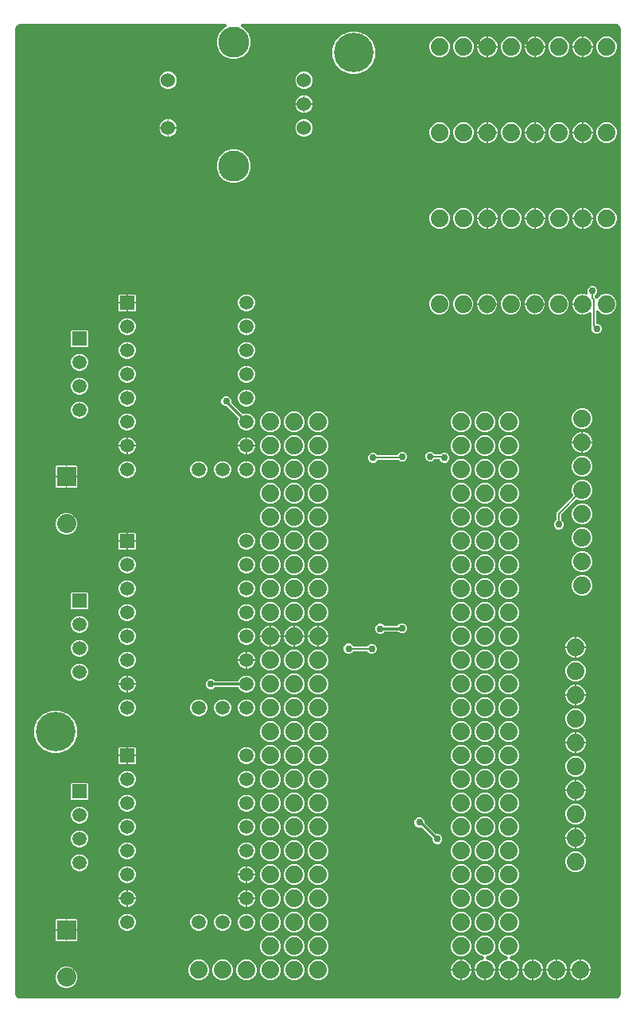
<source format=gbr>
G04 EAGLE Gerber RS-274X export*
G75*
%MOMM*%
%FSLAX34Y34*%
%LPD*%
%INBottom Copper*%
%IPPOS*%
%AMOC8*
5,1,8,0,0,1.08239X$1,22.5*%
G01*
G04 Define Apertures*
%ADD10C,1.508000*%
%ADD11R,1.508000X1.508000*%
%ADD12C,1.879600*%
%ADD13R,2.032000X2.032000*%
%ADD14C,2.032000*%
%ADD15C,1.524000*%
%ADD16C,3.302000*%
%ADD17C,0.756400*%
%ADD18C,4.216400*%
%ADD19C,0.203200*%
%ADD20C,0.304800*%
G36*
X279794Y7672D02*
X279400Y7620D01*
X-355600Y7620D01*
X-355994Y7672D01*
X-357772Y8148D01*
X-358456Y8543D01*
X-359757Y9844D01*
X-360152Y10528D01*
X-360628Y12306D01*
X-360680Y12700D01*
X-360680Y1041400D01*
X-360628Y1041794D01*
X-360152Y1043572D01*
X-359757Y1044256D01*
X-358456Y1045557D01*
X-357772Y1045952D01*
X-355994Y1046428D01*
X-355600Y1046480D01*
X-136756Y1046480D01*
X-136241Y1046390D01*
X-135723Y1046076D01*
X-135368Y1045584D01*
X-135233Y1044992D01*
X-135339Y1044395D01*
X-135670Y1043887D01*
X-136173Y1043548D01*
X-138176Y1042718D01*
X-143249Y1037645D01*
X-145994Y1031017D01*
X-145994Y1023843D01*
X-143249Y1017215D01*
X-138176Y1012142D01*
X-131548Y1009396D01*
X-124373Y1009396D01*
X-117745Y1012142D01*
X-112672Y1017215D01*
X-109926Y1023843D01*
X-109926Y1031017D01*
X-112672Y1037645D01*
X-117745Y1042718D01*
X-119748Y1043548D01*
X-120189Y1043828D01*
X-120548Y1044317D01*
X-120688Y1044907D01*
X-120586Y1045505D01*
X-120259Y1046016D01*
X-119759Y1046359D01*
X-119164Y1046480D01*
X279400Y1046480D01*
X279794Y1046428D01*
X281572Y1045952D01*
X282256Y1045557D01*
X283557Y1044256D01*
X283952Y1043572D01*
X284428Y1041794D01*
X284480Y1041400D01*
X284480Y12700D01*
X284428Y12306D01*
X283952Y10528D01*
X283557Y9844D01*
X282256Y8543D01*
X281572Y8148D01*
X279794Y7672D01*
G37*
%LPC*%
G36*
X-4497Y993394D02*
X4497Y993394D01*
X12805Y996836D01*
X19164Y1003195D01*
X22606Y1011503D01*
X22606Y1020497D01*
X19164Y1028805D01*
X12805Y1035164D01*
X4497Y1038606D01*
X-4497Y1038606D01*
X-12805Y1035164D01*
X-19164Y1028805D01*
X-22606Y1020497D01*
X-22606Y1011503D01*
X-19164Y1003195D01*
X-12805Y996836D01*
X-4497Y993394D01*
G37*
G36*
X267068Y1011428D02*
X271413Y1011428D01*
X275427Y1013091D01*
X278499Y1016163D01*
X280162Y1020178D01*
X280162Y1024523D01*
X278499Y1028537D01*
X275427Y1031609D01*
X271413Y1033272D01*
X267068Y1033272D01*
X263053Y1031609D01*
X259981Y1028537D01*
X258318Y1024523D01*
X258318Y1020178D01*
X259981Y1016163D01*
X263053Y1013091D01*
X267068Y1011428D01*
G37*
G36*
X232918Y1023112D02*
X243078Y1023112D01*
X243078Y1033272D01*
X241668Y1033272D01*
X237653Y1031609D01*
X234581Y1028537D01*
X232918Y1024523D01*
X232918Y1023112D01*
G37*
G36*
X216268Y1011428D02*
X220613Y1011428D01*
X224627Y1013091D01*
X227699Y1016163D01*
X229362Y1020178D01*
X229362Y1024523D01*
X227699Y1028537D01*
X224627Y1031609D01*
X220613Y1033272D01*
X216268Y1033272D01*
X212253Y1031609D01*
X209181Y1028537D01*
X207518Y1024523D01*
X207518Y1020178D01*
X209181Y1016163D01*
X212253Y1013091D01*
X216268Y1011428D01*
G37*
G36*
X182118Y1023112D02*
X192278Y1023112D01*
X192278Y1033272D01*
X190868Y1033272D01*
X186853Y1031609D01*
X183781Y1028537D01*
X182118Y1024523D01*
X182118Y1023112D01*
G37*
G36*
X165468Y1011428D02*
X169813Y1011428D01*
X173827Y1013091D01*
X176899Y1016163D01*
X178562Y1020178D01*
X178562Y1024523D01*
X176899Y1028537D01*
X173827Y1031609D01*
X169813Y1033272D01*
X165468Y1033272D01*
X161453Y1031609D01*
X158381Y1028537D01*
X156718Y1024523D01*
X156718Y1020178D01*
X158381Y1016163D01*
X161453Y1013091D01*
X165468Y1011428D01*
G37*
G36*
X131318Y1023112D02*
X141478Y1023112D01*
X141478Y1033272D01*
X140068Y1033272D01*
X136053Y1031609D01*
X132981Y1028537D01*
X131318Y1024523D01*
X131318Y1023112D01*
G37*
G36*
X114668Y1011428D02*
X119013Y1011428D01*
X123027Y1013091D01*
X126099Y1016163D01*
X127762Y1020178D01*
X127762Y1024523D01*
X126099Y1028537D01*
X123027Y1031609D01*
X119013Y1033272D01*
X114668Y1033272D01*
X110653Y1031609D01*
X107581Y1028537D01*
X105918Y1024523D01*
X105918Y1020178D01*
X107581Y1016163D01*
X110653Y1013091D01*
X114668Y1011428D01*
G37*
G36*
X89268Y1011428D02*
X93613Y1011428D01*
X97627Y1013091D01*
X100699Y1016163D01*
X102362Y1020178D01*
X102362Y1024523D01*
X100699Y1028537D01*
X97627Y1031609D01*
X93613Y1033272D01*
X89268Y1033272D01*
X85253Y1031609D01*
X82181Y1028537D01*
X80518Y1024523D01*
X80518Y1020178D01*
X82181Y1016163D01*
X85253Y1013091D01*
X89268Y1011428D01*
G37*
G36*
X143002Y1023112D02*
X153162Y1023112D01*
X153162Y1024523D01*
X151499Y1028537D01*
X148427Y1031609D01*
X144413Y1033272D01*
X143002Y1033272D01*
X143002Y1023112D01*
G37*
G36*
X193802Y1023112D02*
X203962Y1023112D01*
X203962Y1024523D01*
X202299Y1028537D01*
X199227Y1031609D01*
X195213Y1033272D01*
X193802Y1033272D01*
X193802Y1023112D01*
G37*
G36*
X244602Y1023112D02*
X254762Y1023112D01*
X254762Y1024523D01*
X253099Y1028537D01*
X250027Y1031609D01*
X246013Y1033272D01*
X244602Y1033272D01*
X244602Y1023112D01*
G37*
G36*
X244602Y1011428D02*
X246013Y1011428D01*
X250027Y1013091D01*
X253099Y1016163D01*
X254762Y1020178D01*
X254762Y1021588D01*
X244602Y1021588D01*
X244602Y1011428D01*
G37*
G36*
X241668Y1011428D02*
X243078Y1011428D01*
X243078Y1021588D01*
X232918Y1021588D01*
X232918Y1020178D01*
X234581Y1016163D01*
X237653Y1013091D01*
X241668Y1011428D01*
G37*
G36*
X193802Y1011428D02*
X195213Y1011428D01*
X199227Y1013091D01*
X202299Y1016163D01*
X203962Y1020178D01*
X203962Y1021588D01*
X193802Y1021588D01*
X193802Y1011428D01*
G37*
G36*
X190868Y1011428D02*
X192278Y1011428D01*
X192278Y1021588D01*
X182118Y1021588D01*
X182118Y1020178D01*
X183781Y1016163D01*
X186853Y1013091D01*
X190868Y1011428D01*
G37*
G36*
X143002Y1011428D02*
X144413Y1011428D01*
X148427Y1013091D01*
X151499Y1016163D01*
X153162Y1020178D01*
X153162Y1021588D01*
X143002Y1021588D01*
X143002Y1011428D01*
G37*
G36*
X140068Y1011428D02*
X141478Y1011428D01*
X141478Y1021588D01*
X131318Y1021588D01*
X131318Y1020178D01*
X132981Y1016163D01*
X136053Y1013091D01*
X140068Y1011428D01*
G37*
G36*
X-54849Y977646D02*
X-51212Y977646D01*
X-47851Y979038D01*
X-45279Y981610D01*
X-43886Y984971D01*
X-43886Y988609D01*
X-45279Y991970D01*
X-47851Y994542D01*
X-51212Y995934D01*
X-54849Y995934D01*
X-58210Y994542D01*
X-60782Y991970D01*
X-62174Y988609D01*
X-62174Y984971D01*
X-60782Y981610D01*
X-58210Y979038D01*
X-54849Y977646D01*
G37*
G36*
X-199629Y977646D02*
X-195992Y977646D01*
X-192631Y979038D01*
X-190059Y981610D01*
X-188666Y984971D01*
X-188666Y988609D01*
X-190059Y991970D01*
X-192631Y994542D01*
X-195992Y995934D01*
X-199629Y995934D01*
X-202990Y994542D01*
X-205562Y991970D01*
X-206954Y988609D01*
X-206954Y984971D01*
X-205562Y981610D01*
X-202990Y979038D01*
X-199629Y977646D01*
G37*
G36*
X-62174Y962152D02*
X-53792Y962152D01*
X-53792Y970534D01*
X-54849Y970534D01*
X-58210Y969142D01*
X-60782Y966570D01*
X-62174Y963209D01*
X-62174Y962152D01*
G37*
G36*
X-52268Y962152D02*
X-43886Y962152D01*
X-43886Y963209D01*
X-45279Y966570D01*
X-47851Y969142D01*
X-51212Y970534D01*
X-52268Y970534D01*
X-52268Y962152D01*
G37*
G36*
X-52268Y952246D02*
X-51212Y952246D01*
X-47851Y953638D01*
X-45279Y956210D01*
X-43886Y959571D01*
X-43886Y960628D01*
X-52268Y960628D01*
X-52268Y952246D01*
G37*
G36*
X-54849Y952246D02*
X-53792Y952246D01*
X-53792Y960628D01*
X-62174Y960628D01*
X-62174Y959571D01*
X-60782Y956210D01*
X-58210Y953638D01*
X-54849Y952246D01*
G37*
G36*
X-206954Y936752D02*
X-198572Y936752D01*
X-198572Y945134D01*
X-199629Y945134D01*
X-202990Y943742D01*
X-205562Y941170D01*
X-206954Y937809D01*
X-206954Y936752D01*
G37*
G36*
X-54849Y926846D02*
X-51212Y926846D01*
X-47851Y928238D01*
X-45279Y930810D01*
X-43886Y934171D01*
X-43886Y937809D01*
X-45279Y941170D01*
X-47851Y943742D01*
X-51212Y945134D01*
X-54849Y945134D01*
X-58210Y943742D01*
X-60782Y941170D01*
X-62174Y937809D01*
X-62174Y934171D01*
X-60782Y930810D01*
X-58210Y928238D01*
X-54849Y926846D01*
G37*
G36*
X-197048Y936752D02*
X-188666Y936752D01*
X-188666Y937809D01*
X-190059Y941170D01*
X-192631Y943742D01*
X-195992Y945134D01*
X-197048Y945134D01*
X-197048Y936752D01*
G37*
G36*
X232918Y931672D02*
X243078Y931672D01*
X243078Y941832D01*
X241668Y941832D01*
X237653Y940169D01*
X234581Y937097D01*
X232918Y933083D01*
X232918Y931672D01*
G37*
G36*
X216268Y919988D02*
X220613Y919988D01*
X224627Y921651D01*
X227699Y924723D01*
X229362Y928738D01*
X229362Y933083D01*
X227699Y937097D01*
X224627Y940169D01*
X220613Y941832D01*
X216268Y941832D01*
X212253Y940169D01*
X209181Y937097D01*
X207518Y933083D01*
X207518Y928738D01*
X209181Y924723D01*
X212253Y921651D01*
X216268Y919988D01*
G37*
G36*
X182118Y931672D02*
X192278Y931672D01*
X192278Y941832D01*
X190868Y941832D01*
X186853Y940169D01*
X183781Y937097D01*
X182118Y933083D01*
X182118Y931672D01*
G37*
G36*
X165468Y919988D02*
X169813Y919988D01*
X173827Y921651D01*
X176899Y924723D01*
X178562Y928738D01*
X178562Y933083D01*
X176899Y937097D01*
X173827Y940169D01*
X169813Y941832D01*
X165468Y941832D01*
X161453Y940169D01*
X158381Y937097D01*
X156718Y933083D01*
X156718Y928738D01*
X158381Y924723D01*
X161453Y921651D01*
X165468Y919988D01*
G37*
G36*
X131318Y931672D02*
X141478Y931672D01*
X141478Y941832D01*
X140068Y941832D01*
X136053Y940169D01*
X132981Y937097D01*
X131318Y933083D01*
X131318Y931672D01*
G37*
G36*
X267068Y919988D02*
X271413Y919988D01*
X275427Y921651D01*
X278499Y924723D01*
X280162Y928738D01*
X280162Y933083D01*
X278499Y937097D01*
X275427Y940169D01*
X271413Y941832D01*
X267068Y941832D01*
X263053Y940169D01*
X259981Y937097D01*
X258318Y933083D01*
X258318Y928738D01*
X259981Y924723D01*
X263053Y921651D01*
X267068Y919988D01*
G37*
G36*
X89268Y919988D02*
X93613Y919988D01*
X97627Y921651D01*
X100699Y924723D01*
X102362Y928738D01*
X102362Y933083D01*
X100699Y937097D01*
X97627Y940169D01*
X93613Y941832D01*
X89268Y941832D01*
X85253Y940169D01*
X82181Y937097D01*
X80518Y933083D01*
X80518Y928738D01*
X82181Y924723D01*
X85253Y921651D01*
X89268Y919988D01*
G37*
G36*
X114668Y919988D02*
X119013Y919988D01*
X123027Y921651D01*
X126099Y924723D01*
X127762Y928738D01*
X127762Y933083D01*
X126099Y937097D01*
X123027Y940169D01*
X119013Y941832D01*
X114668Y941832D01*
X110653Y940169D01*
X107581Y937097D01*
X105918Y933083D01*
X105918Y928738D01*
X107581Y924723D01*
X110653Y921651D01*
X114668Y919988D01*
G37*
G36*
X143002Y931672D02*
X153162Y931672D01*
X153162Y933083D01*
X151499Y937097D01*
X148427Y940169D01*
X144413Y941832D01*
X143002Y941832D01*
X143002Y931672D01*
G37*
G36*
X193802Y931672D02*
X203962Y931672D01*
X203962Y933083D01*
X202299Y937097D01*
X199227Y940169D01*
X195213Y941832D01*
X193802Y941832D01*
X193802Y931672D01*
G37*
G36*
X244602Y931672D02*
X254762Y931672D01*
X254762Y933083D01*
X253099Y937097D01*
X250027Y940169D01*
X246013Y941832D01*
X244602Y941832D01*
X244602Y931672D01*
G37*
G36*
X-197048Y926846D02*
X-195992Y926846D01*
X-192631Y928238D01*
X-190059Y930810D01*
X-188666Y934171D01*
X-188666Y935228D01*
X-197048Y935228D01*
X-197048Y926846D01*
G37*
G36*
X-199629Y926846D02*
X-198572Y926846D01*
X-198572Y935228D01*
X-206954Y935228D01*
X-206954Y934171D01*
X-205562Y930810D01*
X-202990Y928238D01*
X-199629Y926846D01*
G37*
G36*
X244602Y919988D02*
X246013Y919988D01*
X250027Y921651D01*
X253099Y924723D01*
X254762Y928738D01*
X254762Y930148D01*
X244602Y930148D01*
X244602Y919988D01*
G37*
G36*
X241668Y919988D02*
X243078Y919988D01*
X243078Y930148D01*
X232918Y930148D01*
X232918Y928738D01*
X234581Y924723D01*
X237653Y921651D01*
X241668Y919988D01*
G37*
G36*
X193802Y919988D02*
X195213Y919988D01*
X199227Y921651D01*
X202299Y924723D01*
X203962Y928738D01*
X203962Y930148D01*
X193802Y930148D01*
X193802Y919988D01*
G37*
G36*
X190868Y919988D02*
X192278Y919988D01*
X192278Y930148D01*
X182118Y930148D01*
X182118Y928738D01*
X183781Y924723D01*
X186853Y921651D01*
X190868Y919988D01*
G37*
G36*
X143002Y919988D02*
X144413Y919988D01*
X148427Y921651D01*
X151499Y924723D01*
X153162Y928738D01*
X153162Y930148D01*
X143002Y930148D01*
X143002Y919988D01*
G37*
G36*
X140068Y919988D02*
X141478Y919988D01*
X141478Y930148D01*
X131318Y930148D01*
X131318Y928738D01*
X132981Y924723D01*
X136053Y921651D01*
X140068Y919988D01*
G37*
G36*
X-131548Y877316D02*
X-124373Y877316D01*
X-117745Y880062D01*
X-112672Y885135D01*
X-109926Y891763D01*
X-109926Y898937D01*
X-112672Y905565D01*
X-117745Y910638D01*
X-124373Y913384D01*
X-131548Y913384D01*
X-138176Y910638D01*
X-143249Y905565D01*
X-145994Y898937D01*
X-145994Y891763D01*
X-143249Y885135D01*
X-138176Y880062D01*
X-131548Y877316D01*
G37*
G36*
X267068Y828548D02*
X271413Y828548D01*
X275427Y830211D01*
X278499Y833283D01*
X280162Y837298D01*
X280162Y841643D01*
X278499Y845657D01*
X275427Y848729D01*
X271413Y850392D01*
X267068Y850392D01*
X263053Y848729D01*
X259981Y845657D01*
X258318Y841643D01*
X258318Y837298D01*
X259981Y833283D01*
X263053Y830211D01*
X267068Y828548D01*
G37*
G36*
X232918Y840232D02*
X243078Y840232D01*
X243078Y850392D01*
X241668Y850392D01*
X237653Y848729D01*
X234581Y845657D01*
X232918Y841643D01*
X232918Y840232D01*
G37*
G36*
X216268Y828548D02*
X220613Y828548D01*
X224627Y830211D01*
X227699Y833283D01*
X229362Y837298D01*
X229362Y841643D01*
X227699Y845657D01*
X224627Y848729D01*
X220613Y850392D01*
X216268Y850392D01*
X212253Y848729D01*
X209181Y845657D01*
X207518Y841643D01*
X207518Y837298D01*
X209181Y833283D01*
X212253Y830211D01*
X216268Y828548D01*
G37*
G36*
X182118Y840232D02*
X192278Y840232D01*
X192278Y850392D01*
X190868Y850392D01*
X186853Y848729D01*
X183781Y845657D01*
X182118Y841643D01*
X182118Y840232D01*
G37*
G36*
X165468Y828548D02*
X169813Y828548D01*
X173827Y830211D01*
X176899Y833283D01*
X178562Y837298D01*
X178562Y841643D01*
X176899Y845657D01*
X173827Y848729D01*
X169813Y850392D01*
X165468Y850392D01*
X161453Y848729D01*
X158381Y845657D01*
X156718Y841643D01*
X156718Y837298D01*
X158381Y833283D01*
X161453Y830211D01*
X165468Y828548D01*
G37*
G36*
X131318Y840232D02*
X141478Y840232D01*
X141478Y850392D01*
X140068Y850392D01*
X136053Y848729D01*
X132981Y845657D01*
X131318Y841643D01*
X131318Y840232D01*
G37*
G36*
X114668Y828548D02*
X119013Y828548D01*
X123027Y830211D01*
X126099Y833283D01*
X127762Y837298D01*
X127762Y841643D01*
X126099Y845657D01*
X123027Y848729D01*
X119013Y850392D01*
X114668Y850392D01*
X110653Y848729D01*
X107581Y845657D01*
X105918Y841643D01*
X105918Y837298D01*
X107581Y833283D01*
X110653Y830211D01*
X114668Y828548D01*
G37*
G36*
X89268Y828548D02*
X93613Y828548D01*
X97627Y830211D01*
X100699Y833283D01*
X102362Y837298D01*
X102362Y841643D01*
X100699Y845657D01*
X97627Y848729D01*
X93613Y850392D01*
X89268Y850392D01*
X85253Y848729D01*
X82181Y845657D01*
X80518Y841643D01*
X80518Y837298D01*
X82181Y833283D01*
X85253Y830211D01*
X89268Y828548D01*
G37*
G36*
X143002Y840232D02*
X153162Y840232D01*
X153162Y841643D01*
X151499Y845657D01*
X148427Y848729D01*
X144413Y850392D01*
X143002Y850392D01*
X143002Y840232D01*
G37*
G36*
X193802Y840232D02*
X203962Y840232D01*
X203962Y841643D01*
X202299Y845657D01*
X199227Y848729D01*
X195213Y850392D01*
X193802Y850392D01*
X193802Y840232D01*
G37*
G36*
X244602Y840232D02*
X254762Y840232D01*
X254762Y841643D01*
X253099Y845657D01*
X250027Y848729D01*
X246013Y850392D01*
X244602Y850392D01*
X244602Y840232D01*
G37*
G36*
X244602Y828548D02*
X246013Y828548D01*
X250027Y830211D01*
X253099Y833283D01*
X254762Y837298D01*
X254762Y838708D01*
X244602Y838708D01*
X244602Y828548D01*
G37*
G36*
X241668Y828548D02*
X243078Y828548D01*
X243078Y838708D01*
X232918Y838708D01*
X232918Y837298D01*
X234581Y833283D01*
X237653Y830211D01*
X241668Y828548D01*
G37*
G36*
X193802Y828548D02*
X195213Y828548D01*
X199227Y830211D01*
X202299Y833283D01*
X203962Y837298D01*
X203962Y838708D01*
X193802Y838708D01*
X193802Y828548D01*
G37*
G36*
X190868Y828548D02*
X192278Y828548D01*
X192278Y838708D01*
X182118Y838708D01*
X182118Y837298D01*
X183781Y833283D01*
X186853Y830211D01*
X190868Y828548D01*
G37*
G36*
X143002Y828548D02*
X144413Y828548D01*
X148427Y830211D01*
X151499Y833283D01*
X153162Y837298D01*
X153162Y838708D01*
X143002Y838708D01*
X143002Y828548D01*
G37*
G36*
X140068Y828548D02*
X141478Y828548D01*
X141478Y838708D01*
X131318Y838708D01*
X131318Y837298D01*
X132981Y833283D01*
X136053Y830211D01*
X140068Y828548D01*
G37*
G36*
X257715Y716363D02*
X259825Y716363D01*
X261776Y717170D01*
X263268Y718663D01*
X264076Y720613D01*
X264076Y722724D01*
X263268Y724674D01*
X261776Y726167D01*
X259825Y726975D01*
X259371Y726975D01*
X258822Y727077D01*
X258311Y727404D01*
X257968Y727904D01*
X257847Y728499D01*
X257847Y739827D01*
X257941Y740354D01*
X258260Y740870D01*
X258754Y741221D01*
X259347Y741351D01*
X259943Y741240D01*
X260449Y740905D01*
X262582Y738771D01*
X266597Y737108D01*
X270942Y737108D01*
X274956Y738771D01*
X278028Y741843D01*
X279691Y745858D01*
X279691Y750203D01*
X278028Y754217D01*
X274956Y757289D01*
X270942Y758952D01*
X266597Y758952D01*
X262582Y757289D01*
X259661Y754368D01*
X259200Y754052D01*
X258608Y753922D01*
X258012Y754033D01*
X257506Y754368D01*
X256986Y754888D01*
X256661Y755371D01*
X256540Y755966D01*
X256540Y756405D01*
X256651Y756977D01*
X256986Y757483D01*
X258498Y758994D01*
X259306Y760945D01*
X259306Y763055D01*
X258498Y765006D01*
X257006Y766498D01*
X255055Y767306D01*
X252945Y767306D01*
X250994Y766498D01*
X249502Y765006D01*
X248694Y763055D01*
X248694Y760945D01*
X248935Y760363D01*
X249050Y759840D01*
X248953Y759241D01*
X248630Y758728D01*
X248133Y758381D01*
X247539Y758256D01*
X246944Y758371D01*
X245542Y758952D01*
X244131Y758952D01*
X244131Y737108D01*
X245542Y737108D01*
X249556Y738771D01*
X250166Y739381D01*
X250604Y739687D01*
X251195Y739826D01*
X251793Y739724D01*
X252303Y739398D01*
X252646Y738897D01*
X252767Y738303D01*
X252767Y724079D01*
X253018Y723829D01*
X253343Y723346D01*
X253464Y722751D01*
X253464Y720613D01*
X254272Y718663D01*
X255764Y717170D01*
X257715Y716363D01*
G37*
G36*
X232447Y748792D02*
X242607Y748792D01*
X242607Y758952D01*
X241197Y758952D01*
X237182Y757289D01*
X234110Y754217D01*
X232447Y750203D01*
X232447Y748792D01*
G37*
G36*
X215797Y737108D02*
X220142Y737108D01*
X224156Y738771D01*
X227228Y741843D01*
X228891Y745858D01*
X228891Y750203D01*
X227228Y754217D01*
X224156Y757289D01*
X220142Y758952D01*
X215797Y758952D01*
X211782Y757289D01*
X208710Y754217D01*
X207047Y750203D01*
X207047Y745858D01*
X208710Y741843D01*
X211782Y738771D01*
X215797Y737108D01*
G37*
G36*
X181647Y748792D02*
X191807Y748792D01*
X191807Y758952D01*
X190397Y758952D01*
X186382Y757289D01*
X183310Y754217D01*
X181647Y750203D01*
X181647Y748792D01*
G37*
G36*
X164997Y737108D02*
X169342Y737108D01*
X173356Y738771D01*
X176428Y741843D01*
X178091Y745858D01*
X178091Y750203D01*
X176428Y754217D01*
X173356Y757289D01*
X169342Y758952D01*
X164997Y758952D01*
X160982Y757289D01*
X157910Y754217D01*
X156247Y750203D01*
X156247Y745858D01*
X157910Y741843D01*
X160982Y738771D01*
X164997Y737108D01*
G37*
G36*
X130847Y748792D02*
X141007Y748792D01*
X141007Y758952D01*
X139597Y758952D01*
X135582Y757289D01*
X132510Y754217D01*
X130847Y750203D01*
X130847Y748792D01*
G37*
G36*
X114197Y737108D02*
X118542Y737108D01*
X122556Y738771D01*
X125628Y741843D01*
X127291Y745858D01*
X127291Y750203D01*
X125628Y754217D01*
X122556Y757289D01*
X118542Y758952D01*
X114197Y758952D01*
X110182Y757289D01*
X107110Y754217D01*
X105447Y750203D01*
X105447Y745858D01*
X107110Y741843D01*
X110182Y738771D01*
X114197Y737108D01*
G37*
G36*
X88797Y737108D02*
X93142Y737108D01*
X97156Y738771D01*
X100228Y741843D01*
X101891Y745858D01*
X101891Y750203D01*
X100228Y754217D01*
X97156Y757289D01*
X93142Y758952D01*
X88797Y758952D01*
X84782Y757289D01*
X81710Y754217D01*
X80047Y750203D01*
X80047Y745858D01*
X81710Y741843D01*
X84782Y738771D01*
X88797Y737108D01*
G37*
G36*
X142531Y748792D02*
X152691Y748792D01*
X152691Y750203D01*
X151028Y754217D01*
X147956Y757289D01*
X143942Y758952D01*
X142531Y758952D01*
X142531Y748792D01*
G37*
G36*
X193331Y748792D02*
X203491Y748792D01*
X203491Y750203D01*
X201828Y754217D01*
X198756Y757289D01*
X194742Y758952D01*
X193331Y758952D01*
X193331Y748792D01*
G37*
G36*
X-250364Y750062D02*
X-242062Y750062D01*
X-242062Y758364D01*
X-249471Y758364D01*
X-250364Y757471D01*
X-250364Y750062D01*
G37*
G36*
X-116103Y740236D02*
X-112497Y740236D01*
X-109166Y741616D01*
X-106616Y744166D01*
X-105236Y747497D01*
X-105236Y751103D01*
X-106616Y754434D01*
X-109166Y756984D01*
X-112497Y758364D01*
X-116103Y758364D01*
X-119434Y756984D01*
X-121984Y754434D01*
X-123364Y751103D01*
X-123364Y747497D01*
X-121984Y744166D01*
X-119434Y741616D01*
X-116103Y740236D01*
G37*
G36*
X-240538Y750062D02*
X-232236Y750062D01*
X-232236Y757471D01*
X-233129Y758364D01*
X-240538Y758364D01*
X-240538Y750062D01*
G37*
G36*
X-249471Y740236D02*
X-242062Y740236D01*
X-242062Y748538D01*
X-250364Y748538D01*
X-250364Y741129D01*
X-249471Y740236D01*
G37*
G36*
X-240538Y740236D02*
X-233129Y740236D01*
X-232236Y741129D01*
X-232236Y748538D01*
X-240538Y748538D01*
X-240538Y740236D01*
G37*
G36*
X193331Y737108D02*
X194742Y737108D01*
X198756Y738771D01*
X201828Y741843D01*
X203491Y745858D01*
X203491Y747268D01*
X193331Y747268D01*
X193331Y737108D01*
G37*
G36*
X241197Y737108D02*
X242607Y737108D01*
X242607Y747268D01*
X232447Y747268D01*
X232447Y745858D01*
X234110Y741843D01*
X237182Y738771D01*
X241197Y737108D01*
G37*
G36*
X190397Y737108D02*
X191807Y737108D01*
X191807Y747268D01*
X181647Y747268D01*
X181647Y745858D01*
X183310Y741843D01*
X186382Y738771D01*
X190397Y737108D01*
G37*
G36*
X142531Y737108D02*
X143942Y737108D01*
X147956Y738771D01*
X151028Y741843D01*
X152691Y745858D01*
X152691Y747268D01*
X142531Y747268D01*
X142531Y737108D01*
G37*
G36*
X139597Y737108D02*
X141007Y737108D01*
X141007Y747268D01*
X130847Y747268D01*
X130847Y745858D01*
X132510Y741843D01*
X135582Y738771D01*
X139597Y737108D01*
G37*
G36*
X-116103Y714836D02*
X-112497Y714836D01*
X-109166Y716216D01*
X-106616Y718766D01*
X-105236Y722097D01*
X-105236Y725703D01*
X-106616Y729034D01*
X-109166Y731584D01*
X-112497Y732964D01*
X-116103Y732964D01*
X-119434Y731584D01*
X-121984Y729034D01*
X-123364Y725703D01*
X-123364Y722097D01*
X-121984Y718766D01*
X-119434Y716216D01*
X-116103Y714836D01*
G37*
G36*
X-243103Y714836D02*
X-239497Y714836D01*
X-236166Y716216D01*
X-233616Y718766D01*
X-232236Y722097D01*
X-232236Y725703D01*
X-233616Y729034D01*
X-236166Y731584D01*
X-239497Y732964D01*
X-243103Y732964D01*
X-246434Y731584D01*
X-248984Y729034D01*
X-250364Y725703D01*
X-250364Y722097D01*
X-248984Y718766D01*
X-246434Y716216D01*
X-243103Y714836D01*
G37*
G36*
X-300271Y702136D02*
X-283929Y702136D01*
X-283036Y703029D01*
X-283036Y719371D01*
X-283929Y720264D01*
X-300271Y720264D01*
X-301164Y719371D01*
X-301164Y703029D01*
X-300271Y702136D01*
G37*
G36*
X-243103Y689436D02*
X-239497Y689436D01*
X-236166Y690816D01*
X-233616Y693366D01*
X-232236Y696697D01*
X-232236Y700303D01*
X-233616Y703634D01*
X-236166Y706184D01*
X-239497Y707564D01*
X-243103Y707564D01*
X-246434Y706184D01*
X-248984Y703634D01*
X-250364Y700303D01*
X-250364Y696697D01*
X-248984Y693366D01*
X-246434Y690816D01*
X-243103Y689436D01*
G37*
G36*
X-116103Y689436D02*
X-112497Y689436D01*
X-109166Y690816D01*
X-106616Y693366D01*
X-105236Y696697D01*
X-105236Y700303D01*
X-106616Y703634D01*
X-109166Y706184D01*
X-112497Y707564D01*
X-116103Y707564D01*
X-119434Y706184D01*
X-121984Y703634D01*
X-123364Y700303D01*
X-123364Y696697D01*
X-121984Y693366D01*
X-119434Y690816D01*
X-116103Y689436D01*
G37*
G36*
X-293903Y676736D02*
X-290297Y676736D01*
X-286966Y678116D01*
X-284416Y680666D01*
X-283036Y683997D01*
X-283036Y687603D01*
X-284416Y690934D01*
X-286966Y693484D01*
X-290297Y694864D01*
X-293903Y694864D01*
X-297234Y693484D01*
X-299784Y690934D01*
X-301164Y687603D01*
X-301164Y683997D01*
X-299784Y680666D01*
X-297234Y678116D01*
X-293903Y676736D01*
G37*
G36*
X-243103Y664036D02*
X-239497Y664036D01*
X-236166Y665416D01*
X-233616Y667966D01*
X-232236Y671297D01*
X-232236Y674903D01*
X-233616Y678234D01*
X-236166Y680784D01*
X-239497Y682164D01*
X-243103Y682164D01*
X-246434Y680784D01*
X-248984Y678234D01*
X-250364Y674903D01*
X-250364Y671297D01*
X-248984Y667966D01*
X-246434Y665416D01*
X-243103Y664036D01*
G37*
G36*
X-116103Y664036D02*
X-112497Y664036D01*
X-109166Y665416D01*
X-106616Y667966D01*
X-105236Y671297D01*
X-105236Y674903D01*
X-106616Y678234D01*
X-109166Y680784D01*
X-112497Y682164D01*
X-116103Y682164D01*
X-119434Y680784D01*
X-121984Y678234D01*
X-123364Y674903D01*
X-123364Y671297D01*
X-121984Y667966D01*
X-119434Y665416D01*
X-116103Y664036D01*
G37*
G36*
X-293903Y651336D02*
X-290297Y651336D01*
X-286966Y652716D01*
X-284416Y655266D01*
X-283036Y658597D01*
X-283036Y662203D01*
X-284416Y665534D01*
X-286966Y668084D01*
X-290297Y669464D01*
X-293903Y669464D01*
X-297234Y668084D01*
X-299784Y665534D01*
X-301164Y662203D01*
X-301164Y658597D01*
X-299784Y655266D01*
X-297234Y652716D01*
X-293903Y651336D01*
G37*
G36*
X-243103Y638636D02*
X-239497Y638636D01*
X-236166Y640016D01*
X-233616Y642566D01*
X-232236Y645897D01*
X-232236Y649503D01*
X-233616Y652834D01*
X-236166Y655384D01*
X-239497Y656764D01*
X-243103Y656764D01*
X-246434Y655384D01*
X-248984Y652834D01*
X-250364Y649503D01*
X-250364Y645897D01*
X-248984Y642566D01*
X-246434Y640016D01*
X-243103Y638636D01*
G37*
G36*
X-116103Y638636D02*
X-112497Y638636D01*
X-109166Y640016D01*
X-106616Y642566D01*
X-105236Y645897D01*
X-105236Y649503D01*
X-106616Y652834D01*
X-109166Y655384D01*
X-112497Y656764D01*
X-116103Y656764D01*
X-119434Y655384D01*
X-121984Y652834D01*
X-123364Y649503D01*
X-123364Y645897D01*
X-121984Y642566D01*
X-119434Y640016D01*
X-116103Y638636D01*
G37*
G36*
X-116103Y613236D02*
X-112497Y613236D01*
X-109166Y614616D01*
X-106616Y617166D01*
X-105236Y620497D01*
X-105236Y624103D01*
X-106616Y627434D01*
X-109166Y629984D01*
X-112497Y631364D01*
X-116103Y631364D01*
X-117249Y630890D01*
X-117807Y630774D01*
X-118404Y630885D01*
X-118909Y631220D01*
X-130000Y642310D01*
X-130325Y642793D01*
X-130446Y643388D01*
X-130446Y645588D01*
X-131254Y647538D01*
X-132746Y649031D01*
X-134697Y649839D01*
X-136807Y649839D01*
X-138758Y649031D01*
X-140250Y647538D01*
X-141058Y645588D01*
X-141058Y643477D01*
X-140250Y641527D01*
X-138758Y640034D01*
X-136807Y639227D01*
X-136168Y639227D01*
X-135596Y639115D01*
X-135091Y638780D01*
X-123220Y626909D01*
X-122899Y626437D01*
X-122774Y625844D01*
X-122890Y625249D01*
X-123364Y624103D01*
X-123364Y620497D01*
X-121984Y617166D01*
X-119434Y614616D01*
X-116103Y613236D01*
G37*
G36*
X-293903Y625936D02*
X-290297Y625936D01*
X-286966Y627316D01*
X-284416Y629866D01*
X-283036Y633197D01*
X-283036Y636803D01*
X-284416Y640134D01*
X-286966Y642684D01*
X-290297Y644064D01*
X-293903Y644064D01*
X-297234Y642684D01*
X-299784Y640134D01*
X-301164Y636803D01*
X-301164Y633197D01*
X-299784Y629866D01*
X-297234Y627316D01*
X-293903Y625936D01*
G37*
G36*
X240978Y614896D02*
X245323Y614896D01*
X249338Y616559D01*
X252410Y619631D01*
X254073Y623646D01*
X254073Y627991D01*
X252410Y632005D01*
X249338Y635077D01*
X245323Y636740D01*
X240978Y636740D01*
X236964Y635077D01*
X233892Y632005D01*
X232229Y627991D01*
X232229Y623646D01*
X233892Y619631D01*
X236964Y616559D01*
X240978Y614896D01*
G37*
G36*
X162928Y611378D02*
X167273Y611378D01*
X171287Y613041D01*
X174359Y616113D01*
X176022Y620128D01*
X176022Y624473D01*
X174359Y628487D01*
X171287Y631559D01*
X167273Y633222D01*
X162928Y633222D01*
X158913Y631559D01*
X155841Y628487D01*
X154178Y624473D01*
X154178Y620128D01*
X155841Y616113D01*
X158913Y613041D01*
X162928Y611378D01*
G37*
G36*
X137528Y611378D02*
X141873Y611378D01*
X145887Y613041D01*
X148959Y616113D01*
X150622Y620128D01*
X150622Y624473D01*
X148959Y628487D01*
X145887Y631559D01*
X141873Y633222D01*
X137528Y633222D01*
X133513Y631559D01*
X130441Y628487D01*
X128778Y624473D01*
X128778Y620128D01*
X130441Y616113D01*
X133513Y613041D01*
X137528Y611378D01*
G37*
G36*
X112128Y611378D02*
X116473Y611378D01*
X120487Y613041D01*
X123559Y616113D01*
X125222Y620128D01*
X125222Y624473D01*
X123559Y628487D01*
X120487Y631559D01*
X116473Y633222D01*
X112128Y633222D01*
X108113Y631559D01*
X105041Y628487D01*
X103378Y624473D01*
X103378Y620128D01*
X105041Y616113D01*
X108113Y613041D01*
X112128Y611378D01*
G37*
G36*
X-40273Y611378D02*
X-35928Y611378D01*
X-31913Y613041D01*
X-28841Y616113D01*
X-27178Y620128D01*
X-27178Y624473D01*
X-28841Y628487D01*
X-31913Y631559D01*
X-35928Y633222D01*
X-40273Y633222D01*
X-44287Y631559D01*
X-47359Y628487D01*
X-49022Y624473D01*
X-49022Y620128D01*
X-47359Y616113D01*
X-44287Y613041D01*
X-40273Y611378D01*
G37*
G36*
X-65673Y611378D02*
X-61328Y611378D01*
X-57313Y613041D01*
X-54241Y616113D01*
X-52578Y620128D01*
X-52578Y624473D01*
X-54241Y628487D01*
X-57313Y631559D01*
X-61328Y633222D01*
X-65673Y633222D01*
X-69687Y631559D01*
X-72759Y628487D01*
X-74422Y624473D01*
X-74422Y620128D01*
X-72759Y616113D01*
X-69687Y613041D01*
X-65673Y611378D01*
G37*
G36*
X-91073Y611378D02*
X-86728Y611378D01*
X-82713Y613041D01*
X-79641Y616113D01*
X-77978Y620128D01*
X-77978Y624473D01*
X-79641Y628487D01*
X-82713Y631559D01*
X-86728Y633222D01*
X-91073Y633222D01*
X-95087Y631559D01*
X-98159Y628487D01*
X-99822Y624473D01*
X-99822Y620128D01*
X-98159Y616113D01*
X-95087Y613041D01*
X-91073Y611378D01*
G37*
G36*
X-243103Y613236D02*
X-239497Y613236D01*
X-236166Y614616D01*
X-233616Y617166D01*
X-232236Y620497D01*
X-232236Y624103D01*
X-233616Y627434D01*
X-236166Y629984D01*
X-239497Y631364D01*
X-243103Y631364D01*
X-246434Y629984D01*
X-248984Y627434D01*
X-250364Y624103D01*
X-250364Y620497D01*
X-248984Y617166D01*
X-246434Y614616D01*
X-243103Y613236D01*
G37*
G36*
X232229Y601180D02*
X242389Y601180D01*
X242389Y611340D01*
X240978Y611340D01*
X236964Y609677D01*
X233892Y606605D01*
X232229Y602591D01*
X232229Y601180D01*
G37*
G36*
X243913Y601180D02*
X254073Y601180D01*
X254073Y602591D01*
X252410Y606605D01*
X249338Y609677D01*
X245323Y611340D01*
X243913Y611340D01*
X243913Y601180D01*
G37*
G36*
X162928Y585978D02*
X167273Y585978D01*
X171287Y587641D01*
X174359Y590713D01*
X176022Y594728D01*
X176022Y599073D01*
X174359Y603087D01*
X171287Y606159D01*
X167273Y607822D01*
X162928Y607822D01*
X158913Y606159D01*
X155841Y603087D01*
X154178Y599073D01*
X154178Y594728D01*
X155841Y590713D01*
X158913Y587641D01*
X162928Y585978D01*
G37*
G36*
X137528Y585978D02*
X141873Y585978D01*
X145887Y587641D01*
X148959Y590713D01*
X150622Y594728D01*
X150622Y599073D01*
X148959Y603087D01*
X145887Y606159D01*
X141873Y607822D01*
X137528Y607822D01*
X133513Y606159D01*
X130441Y603087D01*
X128778Y599073D01*
X128778Y594728D01*
X130441Y590713D01*
X133513Y587641D01*
X137528Y585978D01*
G37*
G36*
X112128Y585978D02*
X116473Y585978D01*
X120487Y587641D01*
X123559Y590713D01*
X125222Y594728D01*
X125222Y599073D01*
X123559Y603087D01*
X120487Y606159D01*
X116473Y607822D01*
X112128Y607822D01*
X108113Y606159D01*
X105041Y603087D01*
X103378Y599073D01*
X103378Y594728D01*
X105041Y590713D01*
X108113Y587641D01*
X112128Y585978D01*
G37*
G36*
X-40273Y585978D02*
X-35928Y585978D01*
X-31913Y587641D01*
X-28841Y590713D01*
X-27178Y594728D01*
X-27178Y599073D01*
X-28841Y603087D01*
X-31913Y606159D01*
X-35928Y607822D01*
X-40273Y607822D01*
X-44287Y606159D01*
X-47359Y603087D01*
X-49022Y599073D01*
X-49022Y594728D01*
X-47359Y590713D01*
X-44287Y587641D01*
X-40273Y585978D01*
G37*
G36*
X-65673Y585978D02*
X-61328Y585978D01*
X-57313Y587641D01*
X-54241Y590713D01*
X-52578Y594728D01*
X-52578Y599073D01*
X-54241Y603087D01*
X-57313Y606159D01*
X-61328Y607822D01*
X-65673Y607822D01*
X-69687Y606159D01*
X-72759Y603087D01*
X-74422Y599073D01*
X-74422Y594728D01*
X-72759Y590713D01*
X-69687Y587641D01*
X-65673Y585978D01*
G37*
G36*
X-91073Y585978D02*
X-86728Y585978D01*
X-82713Y587641D01*
X-79641Y590713D01*
X-77978Y594728D01*
X-77978Y599073D01*
X-79641Y603087D01*
X-82713Y606159D01*
X-86728Y607822D01*
X-91073Y607822D01*
X-95087Y606159D01*
X-98159Y603087D01*
X-99822Y599073D01*
X-99822Y594728D01*
X-98159Y590713D01*
X-95087Y587641D01*
X-91073Y585978D01*
G37*
G36*
X-123364Y597662D02*
X-115062Y597662D01*
X-115062Y605964D01*
X-116103Y605964D01*
X-119434Y604584D01*
X-121984Y602034D01*
X-123364Y598703D01*
X-123364Y597662D01*
G37*
G36*
X-250364Y597662D02*
X-242062Y597662D01*
X-242062Y605964D01*
X-243103Y605964D01*
X-246434Y604584D01*
X-248984Y602034D01*
X-250364Y598703D01*
X-250364Y597662D01*
G37*
G36*
X-240538Y597662D02*
X-232236Y597662D01*
X-232236Y598703D01*
X-233616Y602034D01*
X-236166Y604584D01*
X-239497Y605964D01*
X-240538Y605964D01*
X-240538Y597662D01*
G37*
G36*
X-113538Y597662D02*
X-105236Y597662D01*
X-105236Y598703D01*
X-106616Y602034D01*
X-109166Y604584D01*
X-112497Y605964D01*
X-113538Y605964D01*
X-113538Y597662D01*
G37*
G36*
X243913Y589496D02*
X245323Y589496D01*
X249338Y591159D01*
X252410Y594231D01*
X254073Y598246D01*
X254073Y599656D01*
X243913Y599656D01*
X243913Y589496D01*
G37*
G36*
X240978Y589496D02*
X242389Y589496D01*
X242389Y599656D01*
X232229Y599656D01*
X232229Y598246D01*
X233892Y594231D01*
X236964Y591159D01*
X240978Y589496D01*
G37*
G36*
X-113538Y587836D02*
X-112497Y587836D01*
X-109166Y589216D01*
X-106616Y591766D01*
X-105236Y595097D01*
X-105236Y596138D01*
X-113538Y596138D01*
X-113538Y587836D01*
G37*
G36*
X-116103Y587836D02*
X-115062Y587836D01*
X-115062Y596138D01*
X-123364Y596138D01*
X-123364Y595097D01*
X-121984Y591766D01*
X-119434Y589216D01*
X-116103Y587836D01*
G37*
G36*
X-240538Y587836D02*
X-239497Y587836D01*
X-236166Y589216D01*
X-233616Y591766D01*
X-232236Y595097D01*
X-232236Y596138D01*
X-240538Y596138D01*
X-240538Y587836D01*
G37*
G36*
X-243103Y587836D02*
X-242062Y587836D01*
X-242062Y596138D01*
X-250364Y596138D01*
X-250364Y595097D01*
X-248984Y591766D01*
X-246434Y589216D01*
X-243103Y587836D01*
G37*
G36*
X19265Y578894D02*
X21375Y578894D01*
X23326Y579702D01*
X24837Y581214D01*
X25321Y581539D01*
X25915Y581660D01*
X47236Y581660D01*
X47808Y581549D01*
X48314Y581214D01*
X48555Y580972D01*
X50506Y580164D01*
X52616Y580164D01*
X54567Y580972D01*
X56059Y582464D01*
X56867Y584415D01*
X56867Y586525D01*
X56059Y588476D01*
X54567Y589968D01*
X52616Y590776D01*
X50506Y590776D01*
X48555Y589968D01*
X47063Y588476D01*
X46734Y587681D01*
X46420Y587204D01*
X45920Y586861D01*
X45326Y586740D01*
X25915Y586740D01*
X25343Y586851D01*
X24837Y587186D01*
X23326Y588698D01*
X21375Y589506D01*
X19265Y589506D01*
X17314Y588698D01*
X15822Y587206D01*
X15014Y585255D01*
X15014Y583145D01*
X15822Y581194D01*
X17314Y579702D01*
X19265Y578894D01*
G37*
G36*
X95465Y578894D02*
X97575Y578894D01*
X99526Y579702D01*
X101018Y581194D01*
X101826Y583145D01*
X101826Y585255D01*
X101018Y587206D01*
X99526Y588698D01*
X97575Y589506D01*
X95465Y589506D01*
X93514Y588698D01*
X93257Y588441D01*
X92774Y588115D01*
X92179Y587995D01*
X86875Y587995D01*
X86303Y588106D01*
X85797Y588441D01*
X84286Y589953D01*
X82335Y590761D01*
X80225Y590761D01*
X78274Y589953D01*
X76782Y588460D01*
X75974Y586510D01*
X75974Y584399D01*
X76782Y582449D01*
X78274Y580956D01*
X80225Y580149D01*
X82335Y580149D01*
X84286Y580956D01*
X85797Y582468D01*
X86281Y582794D01*
X86875Y582915D01*
X90291Y582915D01*
X90852Y582808D01*
X91360Y582477D01*
X91699Y581974D01*
X92022Y581194D01*
X93514Y579702D01*
X95465Y578894D01*
G37*
G36*
X240978Y564096D02*
X245323Y564096D01*
X249338Y565759D01*
X252410Y568831D01*
X254073Y572846D01*
X254073Y577191D01*
X252410Y581205D01*
X249338Y584277D01*
X245323Y585940D01*
X240978Y585940D01*
X236964Y584277D01*
X233892Y581205D01*
X232229Y577191D01*
X232229Y572846D01*
X233892Y568831D01*
X236964Y565759D01*
X240978Y564096D01*
G37*
G36*
X162928Y560578D02*
X167273Y560578D01*
X171287Y562241D01*
X174359Y565313D01*
X176022Y569328D01*
X176022Y573673D01*
X174359Y577687D01*
X171287Y580759D01*
X167273Y582422D01*
X162928Y582422D01*
X158913Y580759D01*
X155841Y577687D01*
X154178Y573673D01*
X154178Y569328D01*
X155841Y565313D01*
X158913Y562241D01*
X162928Y560578D01*
G37*
G36*
X137528Y560578D02*
X141873Y560578D01*
X145887Y562241D01*
X148959Y565313D01*
X150622Y569328D01*
X150622Y573673D01*
X148959Y577687D01*
X145887Y580759D01*
X141873Y582422D01*
X137528Y582422D01*
X133513Y580759D01*
X130441Y577687D01*
X128778Y573673D01*
X128778Y569328D01*
X130441Y565313D01*
X133513Y562241D01*
X137528Y560578D01*
G37*
G36*
X112128Y560578D02*
X116473Y560578D01*
X120487Y562241D01*
X123559Y565313D01*
X125222Y569328D01*
X125222Y573673D01*
X123559Y577687D01*
X120487Y580759D01*
X116473Y582422D01*
X112128Y582422D01*
X108113Y580759D01*
X105041Y577687D01*
X103378Y573673D01*
X103378Y569328D01*
X105041Y565313D01*
X108113Y562241D01*
X112128Y560578D01*
G37*
G36*
X-40273Y560578D02*
X-35928Y560578D01*
X-31913Y562241D01*
X-28841Y565313D01*
X-27178Y569328D01*
X-27178Y573673D01*
X-28841Y577687D01*
X-31913Y580759D01*
X-35928Y582422D01*
X-40273Y582422D01*
X-44287Y580759D01*
X-47359Y577687D01*
X-49022Y573673D01*
X-49022Y569328D01*
X-47359Y565313D01*
X-44287Y562241D01*
X-40273Y560578D01*
G37*
G36*
X-65673Y560578D02*
X-61328Y560578D01*
X-57313Y562241D01*
X-54241Y565313D01*
X-52578Y569328D01*
X-52578Y573673D01*
X-54241Y577687D01*
X-57313Y580759D01*
X-61328Y582422D01*
X-65673Y582422D01*
X-69687Y580759D01*
X-72759Y577687D01*
X-74422Y573673D01*
X-74422Y569328D01*
X-72759Y565313D01*
X-69687Y562241D01*
X-65673Y560578D01*
G37*
G36*
X-91073Y560578D02*
X-86728Y560578D01*
X-82713Y562241D01*
X-79641Y565313D01*
X-77978Y569328D01*
X-77978Y573673D01*
X-79641Y577687D01*
X-82713Y580759D01*
X-86728Y582422D01*
X-91073Y582422D01*
X-95087Y580759D01*
X-98159Y577687D01*
X-99822Y573673D01*
X-99822Y569328D01*
X-98159Y565313D01*
X-95087Y562241D01*
X-91073Y560578D01*
G37*
G36*
X-141503Y562436D02*
X-137897Y562436D01*
X-134566Y563816D01*
X-132016Y566366D01*
X-130636Y569697D01*
X-130636Y573303D01*
X-132016Y576634D01*
X-134566Y579184D01*
X-137897Y580564D01*
X-141503Y580564D01*
X-144834Y579184D01*
X-147384Y576634D01*
X-148764Y573303D01*
X-148764Y569697D01*
X-147384Y566366D01*
X-144834Y563816D01*
X-141503Y562436D01*
G37*
G36*
X-116103Y562436D02*
X-112497Y562436D01*
X-109166Y563816D01*
X-106616Y566366D01*
X-105236Y569697D01*
X-105236Y573303D01*
X-106616Y576634D01*
X-109166Y579184D01*
X-112497Y580564D01*
X-116103Y580564D01*
X-119434Y579184D01*
X-121984Y576634D01*
X-123364Y573303D01*
X-123364Y569697D01*
X-121984Y566366D01*
X-119434Y563816D01*
X-116103Y562436D01*
G37*
G36*
X-243103Y562436D02*
X-239497Y562436D01*
X-236166Y563816D01*
X-233616Y566366D01*
X-232236Y569697D01*
X-232236Y573303D01*
X-233616Y576634D01*
X-236166Y579184D01*
X-239497Y580564D01*
X-243103Y580564D01*
X-246434Y579184D01*
X-248984Y576634D01*
X-250364Y573303D01*
X-250364Y569697D01*
X-248984Y566366D01*
X-246434Y563816D01*
X-243103Y562436D01*
G37*
G36*
X-166903Y562436D02*
X-163297Y562436D01*
X-159966Y563816D01*
X-157416Y566366D01*
X-156036Y569697D01*
X-156036Y573303D01*
X-157416Y576634D01*
X-159966Y579184D01*
X-163297Y580564D01*
X-166903Y580564D01*
X-170234Y579184D01*
X-172784Y576634D01*
X-174164Y573303D01*
X-174164Y569697D01*
X-172784Y566366D01*
X-170234Y563816D01*
X-166903Y562436D01*
G37*
G36*
X-317754Y564682D02*
X-306832Y564682D01*
X-306832Y575604D01*
X-316861Y575604D01*
X-317754Y574711D01*
X-317754Y564682D01*
G37*
G36*
X-305308Y564682D02*
X-294386Y564682D01*
X-294386Y574711D01*
X-295279Y575604D01*
X-305308Y575604D01*
X-305308Y564682D01*
G37*
G36*
X-305308Y552236D02*
X-295279Y552236D01*
X-294386Y553129D01*
X-294386Y563158D01*
X-305308Y563158D01*
X-305308Y552236D01*
G37*
G36*
X-316861Y552236D02*
X-306832Y552236D01*
X-306832Y563158D01*
X-317754Y563158D01*
X-317754Y553129D01*
X-316861Y552236D01*
G37*
G36*
X217231Y507774D02*
X219342Y507774D01*
X221293Y508582D01*
X222785Y510074D01*
X223593Y512025D01*
X223593Y514135D01*
X222785Y516086D01*
X221273Y517597D01*
X220948Y518081D01*
X220827Y518675D01*
X220827Y523071D01*
X220938Y523643D01*
X221273Y524148D01*
X236612Y539487D01*
X237084Y539807D01*
X237677Y539933D01*
X238272Y539817D01*
X240978Y538696D01*
X245323Y538696D01*
X249338Y540359D01*
X252410Y543431D01*
X254073Y547446D01*
X254073Y551791D01*
X252410Y555805D01*
X249338Y558877D01*
X245323Y560540D01*
X240978Y560540D01*
X236964Y558877D01*
X233892Y555805D01*
X232229Y551791D01*
X232229Y547446D01*
X233350Y544739D01*
X233466Y544181D01*
X233354Y543584D01*
X233019Y543079D01*
X215747Y525806D01*
X215747Y518675D01*
X215635Y518103D01*
X215301Y517597D01*
X213789Y516086D01*
X212981Y514135D01*
X212981Y512025D01*
X213789Y510074D01*
X215281Y508582D01*
X217231Y507774D01*
G37*
G36*
X-91073Y535178D02*
X-86728Y535178D01*
X-82713Y536841D01*
X-79641Y539913D01*
X-77978Y543928D01*
X-77978Y548273D01*
X-79641Y552287D01*
X-82713Y555359D01*
X-86728Y557022D01*
X-91073Y557022D01*
X-95087Y555359D01*
X-98159Y552287D01*
X-99822Y548273D01*
X-99822Y543928D01*
X-98159Y539913D01*
X-95087Y536841D01*
X-91073Y535178D01*
G37*
G36*
X-65673Y535178D02*
X-61328Y535178D01*
X-57313Y536841D01*
X-54241Y539913D01*
X-52578Y543928D01*
X-52578Y548273D01*
X-54241Y552287D01*
X-57313Y555359D01*
X-61328Y557022D01*
X-65673Y557022D01*
X-69687Y555359D01*
X-72759Y552287D01*
X-74422Y548273D01*
X-74422Y543928D01*
X-72759Y539913D01*
X-69687Y536841D01*
X-65673Y535178D01*
G37*
G36*
X-40273Y535178D02*
X-35928Y535178D01*
X-31913Y536841D01*
X-28841Y539913D01*
X-27178Y543928D01*
X-27178Y548273D01*
X-28841Y552287D01*
X-31913Y555359D01*
X-35928Y557022D01*
X-40273Y557022D01*
X-44287Y555359D01*
X-47359Y552287D01*
X-49022Y548273D01*
X-49022Y543928D01*
X-47359Y539913D01*
X-44287Y536841D01*
X-40273Y535178D01*
G37*
G36*
X112128Y535178D02*
X116473Y535178D01*
X120487Y536841D01*
X123559Y539913D01*
X125222Y543928D01*
X125222Y548273D01*
X123559Y552287D01*
X120487Y555359D01*
X116473Y557022D01*
X112128Y557022D01*
X108113Y555359D01*
X105041Y552287D01*
X103378Y548273D01*
X103378Y543928D01*
X105041Y539913D01*
X108113Y536841D01*
X112128Y535178D01*
G37*
G36*
X137528Y535178D02*
X141873Y535178D01*
X145887Y536841D01*
X148959Y539913D01*
X150622Y543928D01*
X150622Y548273D01*
X148959Y552287D01*
X145887Y555359D01*
X141873Y557022D01*
X137528Y557022D01*
X133513Y555359D01*
X130441Y552287D01*
X128778Y548273D01*
X128778Y543928D01*
X130441Y539913D01*
X133513Y536841D01*
X137528Y535178D01*
G37*
G36*
X162928Y535178D02*
X167273Y535178D01*
X171287Y536841D01*
X174359Y539913D01*
X176022Y543928D01*
X176022Y548273D01*
X174359Y552287D01*
X171287Y555359D01*
X167273Y557022D01*
X162928Y557022D01*
X158913Y555359D01*
X155841Y552287D01*
X154178Y548273D01*
X154178Y543928D01*
X155841Y539913D01*
X158913Y536841D01*
X162928Y535178D01*
G37*
G36*
X240978Y513296D02*
X245323Y513296D01*
X249338Y514959D01*
X252410Y518031D01*
X254073Y522046D01*
X254073Y526391D01*
X252410Y530405D01*
X249338Y533477D01*
X245323Y535140D01*
X240978Y535140D01*
X236964Y533477D01*
X233892Y530405D01*
X232229Y526391D01*
X232229Y522046D01*
X233892Y518031D01*
X236964Y514959D01*
X240978Y513296D01*
G37*
G36*
X-91073Y509778D02*
X-86728Y509778D01*
X-82713Y511441D01*
X-79641Y514513D01*
X-77978Y518528D01*
X-77978Y522873D01*
X-79641Y526887D01*
X-82713Y529959D01*
X-86728Y531622D01*
X-91073Y531622D01*
X-95087Y529959D01*
X-98159Y526887D01*
X-99822Y522873D01*
X-99822Y518528D01*
X-98159Y514513D01*
X-95087Y511441D01*
X-91073Y509778D01*
G37*
G36*
X-40273Y509778D02*
X-35928Y509778D01*
X-31913Y511441D01*
X-28841Y514513D01*
X-27178Y518528D01*
X-27178Y522873D01*
X-28841Y526887D01*
X-31913Y529959D01*
X-35928Y531622D01*
X-40273Y531622D01*
X-44287Y529959D01*
X-47359Y526887D01*
X-49022Y522873D01*
X-49022Y518528D01*
X-47359Y514513D01*
X-44287Y511441D01*
X-40273Y509778D01*
G37*
G36*
X112128Y509778D02*
X116473Y509778D01*
X120487Y511441D01*
X123559Y514513D01*
X125222Y518528D01*
X125222Y522873D01*
X123559Y526887D01*
X120487Y529959D01*
X116473Y531622D01*
X112128Y531622D01*
X108113Y529959D01*
X105041Y526887D01*
X103378Y522873D01*
X103378Y518528D01*
X105041Y514513D01*
X108113Y511441D01*
X112128Y509778D01*
G37*
G36*
X137528Y509778D02*
X141873Y509778D01*
X145887Y511441D01*
X148959Y514513D01*
X150622Y518528D01*
X150622Y522873D01*
X148959Y526887D01*
X145887Y529959D01*
X141873Y531622D01*
X137528Y531622D01*
X133513Y529959D01*
X130441Y526887D01*
X128778Y522873D01*
X128778Y518528D01*
X130441Y514513D01*
X133513Y511441D01*
X137528Y509778D01*
G37*
G36*
X162928Y509778D02*
X167273Y509778D01*
X171287Y511441D01*
X174359Y514513D01*
X176022Y518528D01*
X176022Y522873D01*
X174359Y526887D01*
X171287Y529959D01*
X167273Y531622D01*
X162928Y531622D01*
X158913Y529959D01*
X155841Y526887D01*
X154178Y522873D01*
X154178Y518528D01*
X155841Y514513D01*
X158913Y511441D01*
X162928Y509778D01*
G37*
G36*
X-65673Y509778D02*
X-61328Y509778D01*
X-57313Y511441D01*
X-54241Y514513D01*
X-52578Y518528D01*
X-52578Y522873D01*
X-54241Y526887D01*
X-57313Y529959D01*
X-61328Y531622D01*
X-65673Y531622D01*
X-69687Y529959D01*
X-72759Y526887D01*
X-74422Y522873D01*
X-74422Y518528D01*
X-72759Y514513D01*
X-69687Y511441D01*
X-65673Y509778D01*
G37*
G36*
X-308394Y502236D02*
X-303746Y502236D01*
X-299452Y504015D01*
X-296165Y507302D01*
X-294386Y511596D01*
X-294386Y516244D01*
X-296165Y520538D01*
X-299452Y523825D01*
X-303746Y525604D01*
X-308394Y525604D01*
X-312688Y523825D01*
X-315975Y520538D01*
X-317754Y516244D01*
X-317754Y511596D01*
X-315975Y507302D01*
X-312688Y504015D01*
X-308394Y502236D01*
G37*
G36*
X240978Y487896D02*
X245323Y487896D01*
X249338Y489559D01*
X252410Y492631D01*
X254073Y496646D01*
X254073Y500991D01*
X252410Y505005D01*
X249338Y508077D01*
X245323Y509740D01*
X240978Y509740D01*
X236964Y508077D01*
X233892Y505005D01*
X232229Y500991D01*
X232229Y496646D01*
X233892Y492631D01*
X236964Y489559D01*
X240978Y487896D01*
G37*
G36*
X162928Y484378D02*
X167273Y484378D01*
X171287Y486041D01*
X174359Y489113D01*
X176022Y493128D01*
X176022Y497473D01*
X174359Y501487D01*
X171287Y504559D01*
X167273Y506222D01*
X162928Y506222D01*
X158913Y504559D01*
X155841Y501487D01*
X154178Y497473D01*
X154178Y493128D01*
X155841Y489113D01*
X158913Y486041D01*
X162928Y484378D01*
G37*
G36*
X137528Y484378D02*
X141873Y484378D01*
X145887Y486041D01*
X148959Y489113D01*
X150622Y493128D01*
X150622Y497473D01*
X148959Y501487D01*
X145887Y504559D01*
X141873Y506222D01*
X137528Y506222D01*
X133513Y504559D01*
X130441Y501487D01*
X128778Y497473D01*
X128778Y493128D01*
X130441Y489113D01*
X133513Y486041D01*
X137528Y484378D01*
G37*
G36*
X112128Y484378D02*
X116473Y484378D01*
X120487Y486041D01*
X123559Y489113D01*
X125222Y493128D01*
X125222Y497473D01*
X123559Y501487D01*
X120487Y504559D01*
X116473Y506222D01*
X112128Y506222D01*
X108113Y504559D01*
X105041Y501487D01*
X103378Y497473D01*
X103378Y493128D01*
X105041Y489113D01*
X108113Y486041D01*
X112128Y484378D01*
G37*
G36*
X-40273Y484378D02*
X-35928Y484378D01*
X-31913Y486041D01*
X-28841Y489113D01*
X-27178Y493128D01*
X-27178Y497473D01*
X-28841Y501487D01*
X-31913Y504559D01*
X-35928Y506222D01*
X-40273Y506222D01*
X-44287Y504559D01*
X-47359Y501487D01*
X-49022Y497473D01*
X-49022Y493128D01*
X-47359Y489113D01*
X-44287Y486041D01*
X-40273Y484378D01*
G37*
G36*
X-65673Y484378D02*
X-61328Y484378D01*
X-57313Y486041D01*
X-54241Y489113D01*
X-52578Y493128D01*
X-52578Y497473D01*
X-54241Y501487D01*
X-57313Y504559D01*
X-61328Y506222D01*
X-65673Y506222D01*
X-69687Y504559D01*
X-72759Y501487D01*
X-74422Y497473D01*
X-74422Y493128D01*
X-72759Y489113D01*
X-69687Y486041D01*
X-65673Y484378D01*
G37*
G36*
X-91073Y484378D02*
X-86728Y484378D01*
X-82713Y486041D01*
X-79641Y489113D01*
X-77978Y493128D01*
X-77978Y497473D01*
X-79641Y501487D01*
X-82713Y504559D01*
X-86728Y506222D01*
X-91073Y506222D01*
X-95087Y504559D01*
X-98159Y501487D01*
X-99822Y497473D01*
X-99822Y493128D01*
X-98159Y489113D01*
X-95087Y486041D01*
X-91073Y484378D01*
G37*
G36*
X-250364Y496062D02*
X-242062Y496062D01*
X-242062Y504364D01*
X-249471Y504364D01*
X-250364Y503471D01*
X-250364Y496062D01*
G37*
G36*
X-116103Y486236D02*
X-112497Y486236D01*
X-109166Y487616D01*
X-106616Y490166D01*
X-105236Y493497D01*
X-105236Y497103D01*
X-106616Y500434D01*
X-109166Y502984D01*
X-112497Y504364D01*
X-116103Y504364D01*
X-119434Y502984D01*
X-121984Y500434D01*
X-123364Y497103D01*
X-123364Y493497D01*
X-121984Y490166D01*
X-119434Y487616D01*
X-116103Y486236D01*
G37*
G36*
X-240538Y496062D02*
X-232236Y496062D01*
X-232236Y503471D01*
X-233129Y504364D01*
X-240538Y504364D01*
X-240538Y496062D01*
G37*
G36*
X-240538Y486236D02*
X-233129Y486236D01*
X-232236Y487129D01*
X-232236Y494538D01*
X-240538Y494538D01*
X-240538Y486236D01*
G37*
G36*
X-249471Y486236D02*
X-242062Y486236D01*
X-242062Y494538D01*
X-250364Y494538D01*
X-250364Y487129D01*
X-249471Y486236D01*
G37*
G36*
X240978Y462496D02*
X245323Y462496D01*
X249338Y464159D01*
X252410Y467231D01*
X254073Y471246D01*
X254073Y475591D01*
X252410Y479605D01*
X249338Y482677D01*
X245323Y484340D01*
X240978Y484340D01*
X236964Y482677D01*
X233892Y479605D01*
X232229Y475591D01*
X232229Y471246D01*
X233892Y467231D01*
X236964Y464159D01*
X240978Y462496D01*
G37*
G36*
X-91073Y458978D02*
X-86728Y458978D01*
X-82713Y460641D01*
X-79641Y463713D01*
X-77978Y467728D01*
X-77978Y472073D01*
X-79641Y476087D01*
X-82713Y479159D01*
X-86728Y480822D01*
X-91073Y480822D01*
X-95087Y479159D01*
X-98159Y476087D01*
X-99822Y472073D01*
X-99822Y467728D01*
X-98159Y463713D01*
X-95087Y460641D01*
X-91073Y458978D01*
G37*
G36*
X-65673Y458978D02*
X-61328Y458978D01*
X-57313Y460641D01*
X-54241Y463713D01*
X-52578Y467728D01*
X-52578Y472073D01*
X-54241Y476087D01*
X-57313Y479159D01*
X-61328Y480822D01*
X-65673Y480822D01*
X-69687Y479159D01*
X-72759Y476087D01*
X-74422Y472073D01*
X-74422Y467728D01*
X-72759Y463713D01*
X-69687Y460641D01*
X-65673Y458978D01*
G37*
G36*
X-40273Y458978D02*
X-35928Y458978D01*
X-31913Y460641D01*
X-28841Y463713D01*
X-27178Y467728D01*
X-27178Y472073D01*
X-28841Y476087D01*
X-31913Y479159D01*
X-35928Y480822D01*
X-40273Y480822D01*
X-44287Y479159D01*
X-47359Y476087D01*
X-49022Y472073D01*
X-49022Y467728D01*
X-47359Y463713D01*
X-44287Y460641D01*
X-40273Y458978D01*
G37*
G36*
X112128Y458978D02*
X116473Y458978D01*
X120487Y460641D01*
X123559Y463713D01*
X125222Y467728D01*
X125222Y472073D01*
X123559Y476087D01*
X120487Y479159D01*
X116473Y480822D01*
X112128Y480822D01*
X108113Y479159D01*
X105041Y476087D01*
X103378Y472073D01*
X103378Y467728D01*
X105041Y463713D01*
X108113Y460641D01*
X112128Y458978D01*
G37*
G36*
X137528Y458978D02*
X141873Y458978D01*
X145887Y460641D01*
X148959Y463713D01*
X150622Y467728D01*
X150622Y472073D01*
X148959Y476087D01*
X145887Y479159D01*
X141873Y480822D01*
X137528Y480822D01*
X133513Y479159D01*
X130441Y476087D01*
X128778Y472073D01*
X128778Y467728D01*
X130441Y463713D01*
X133513Y460641D01*
X137528Y458978D01*
G37*
G36*
X162928Y458978D02*
X167273Y458978D01*
X171287Y460641D01*
X174359Y463713D01*
X176022Y467728D01*
X176022Y472073D01*
X174359Y476087D01*
X171287Y479159D01*
X167273Y480822D01*
X162928Y480822D01*
X158913Y479159D01*
X155841Y476087D01*
X154178Y472073D01*
X154178Y467728D01*
X155841Y463713D01*
X158913Y460641D01*
X162928Y458978D01*
G37*
G36*
X-243103Y460836D02*
X-239497Y460836D01*
X-236166Y462216D01*
X-233616Y464766D01*
X-232236Y468097D01*
X-232236Y471703D01*
X-233616Y475034D01*
X-236166Y477584D01*
X-239497Y478964D01*
X-243103Y478964D01*
X-246434Y477584D01*
X-248984Y475034D01*
X-250364Y471703D01*
X-250364Y468097D01*
X-248984Y464766D01*
X-246434Y462216D01*
X-243103Y460836D01*
G37*
G36*
X-116103Y460836D02*
X-112497Y460836D01*
X-109166Y462216D01*
X-106616Y464766D01*
X-105236Y468097D01*
X-105236Y471703D01*
X-106616Y475034D01*
X-109166Y477584D01*
X-112497Y478964D01*
X-116103Y478964D01*
X-119434Y477584D01*
X-121984Y475034D01*
X-123364Y471703D01*
X-123364Y468097D01*
X-121984Y464766D01*
X-119434Y462216D01*
X-116103Y460836D01*
G37*
G36*
X240978Y437096D02*
X245323Y437096D01*
X249338Y438759D01*
X252410Y441831D01*
X254073Y445846D01*
X254073Y450191D01*
X252410Y454205D01*
X249338Y457277D01*
X245323Y458940D01*
X240978Y458940D01*
X236964Y457277D01*
X233892Y454205D01*
X232229Y450191D01*
X232229Y445846D01*
X233892Y441831D01*
X236964Y438759D01*
X240978Y437096D01*
G37*
G36*
X-65673Y433578D02*
X-61328Y433578D01*
X-57313Y435241D01*
X-54241Y438313D01*
X-52578Y442328D01*
X-52578Y446673D01*
X-54241Y450687D01*
X-57313Y453759D01*
X-61328Y455422D01*
X-65673Y455422D01*
X-69687Y453759D01*
X-72759Y450687D01*
X-74422Y446673D01*
X-74422Y442328D01*
X-72759Y438313D01*
X-69687Y435241D01*
X-65673Y433578D01*
G37*
G36*
X-40273Y433578D02*
X-35928Y433578D01*
X-31913Y435241D01*
X-28841Y438313D01*
X-27178Y442328D01*
X-27178Y446673D01*
X-28841Y450687D01*
X-31913Y453759D01*
X-35928Y455422D01*
X-40273Y455422D01*
X-44287Y453759D01*
X-47359Y450687D01*
X-49022Y446673D01*
X-49022Y442328D01*
X-47359Y438313D01*
X-44287Y435241D01*
X-40273Y433578D01*
G37*
G36*
X-91073Y433578D02*
X-86728Y433578D01*
X-82713Y435241D01*
X-79641Y438313D01*
X-77978Y442328D01*
X-77978Y446673D01*
X-79641Y450687D01*
X-82713Y453759D01*
X-86728Y455422D01*
X-91073Y455422D01*
X-95087Y453759D01*
X-98159Y450687D01*
X-99822Y446673D01*
X-99822Y442328D01*
X-98159Y438313D01*
X-95087Y435241D01*
X-91073Y433578D01*
G37*
G36*
X137528Y433578D02*
X141873Y433578D01*
X145887Y435241D01*
X148959Y438313D01*
X150622Y442328D01*
X150622Y446673D01*
X148959Y450687D01*
X145887Y453759D01*
X141873Y455422D01*
X137528Y455422D01*
X133513Y453759D01*
X130441Y450687D01*
X128778Y446673D01*
X128778Y442328D01*
X130441Y438313D01*
X133513Y435241D01*
X137528Y433578D01*
G37*
G36*
X162928Y433578D02*
X167273Y433578D01*
X171287Y435241D01*
X174359Y438313D01*
X176022Y442328D01*
X176022Y446673D01*
X174359Y450687D01*
X171287Y453759D01*
X167273Y455422D01*
X162928Y455422D01*
X158913Y453759D01*
X155841Y450687D01*
X154178Y446673D01*
X154178Y442328D01*
X155841Y438313D01*
X158913Y435241D01*
X162928Y433578D01*
G37*
G36*
X112128Y433578D02*
X116473Y433578D01*
X120487Y435241D01*
X123559Y438313D01*
X125222Y442328D01*
X125222Y446673D01*
X123559Y450687D01*
X120487Y453759D01*
X116473Y455422D01*
X112128Y455422D01*
X108113Y453759D01*
X105041Y450687D01*
X103378Y446673D01*
X103378Y442328D01*
X105041Y438313D01*
X108113Y435241D01*
X112128Y433578D01*
G37*
G36*
X-243103Y435436D02*
X-239497Y435436D01*
X-236166Y436816D01*
X-233616Y439366D01*
X-232236Y442697D01*
X-232236Y446303D01*
X-233616Y449634D01*
X-236166Y452184D01*
X-239497Y453564D01*
X-243103Y453564D01*
X-246434Y452184D01*
X-248984Y449634D01*
X-250364Y446303D01*
X-250364Y442697D01*
X-248984Y439366D01*
X-246434Y436816D01*
X-243103Y435436D01*
G37*
G36*
X-116103Y435436D02*
X-112497Y435436D01*
X-109166Y436816D01*
X-106616Y439366D01*
X-105236Y442697D01*
X-105236Y446303D01*
X-106616Y449634D01*
X-109166Y452184D01*
X-112497Y453564D01*
X-116103Y453564D01*
X-119434Y452184D01*
X-121984Y449634D01*
X-123364Y446303D01*
X-123364Y442697D01*
X-121984Y439366D01*
X-119434Y436816D01*
X-116103Y435436D01*
G37*
G36*
X-300271Y422736D02*
X-283929Y422736D01*
X-283036Y423629D01*
X-283036Y439971D01*
X-283929Y440864D01*
X-300271Y440864D01*
X-301164Y439971D01*
X-301164Y423629D01*
X-300271Y422736D01*
G37*
G36*
X-91073Y408178D02*
X-86728Y408178D01*
X-82713Y409841D01*
X-79641Y412913D01*
X-77978Y416928D01*
X-77978Y421273D01*
X-79641Y425287D01*
X-82713Y428359D01*
X-86728Y430022D01*
X-91073Y430022D01*
X-95087Y428359D01*
X-98159Y425287D01*
X-99822Y421273D01*
X-99822Y416928D01*
X-98159Y412913D01*
X-95087Y409841D01*
X-91073Y408178D01*
G37*
G36*
X-65673Y408178D02*
X-61328Y408178D01*
X-57313Y409841D01*
X-54241Y412913D01*
X-52578Y416928D01*
X-52578Y421273D01*
X-54241Y425287D01*
X-57313Y428359D01*
X-61328Y430022D01*
X-65673Y430022D01*
X-69687Y428359D01*
X-72759Y425287D01*
X-74422Y421273D01*
X-74422Y416928D01*
X-72759Y412913D01*
X-69687Y409841D01*
X-65673Y408178D01*
G37*
G36*
X-40273Y408178D02*
X-35928Y408178D01*
X-31913Y409841D01*
X-28841Y412913D01*
X-27178Y416928D01*
X-27178Y421273D01*
X-28841Y425287D01*
X-31913Y428359D01*
X-35928Y430022D01*
X-40273Y430022D01*
X-44287Y428359D01*
X-47359Y425287D01*
X-49022Y421273D01*
X-49022Y416928D01*
X-47359Y412913D01*
X-44287Y409841D01*
X-40273Y408178D01*
G37*
G36*
X112128Y408178D02*
X116473Y408178D01*
X120487Y409841D01*
X123559Y412913D01*
X125222Y416928D01*
X125222Y421273D01*
X123559Y425287D01*
X120487Y428359D01*
X116473Y430022D01*
X112128Y430022D01*
X108113Y428359D01*
X105041Y425287D01*
X103378Y421273D01*
X103378Y416928D01*
X105041Y412913D01*
X108113Y409841D01*
X112128Y408178D01*
G37*
G36*
X137528Y408178D02*
X141873Y408178D01*
X145887Y409841D01*
X148959Y412913D01*
X150622Y416928D01*
X150622Y421273D01*
X148959Y425287D01*
X145887Y428359D01*
X141873Y430022D01*
X137528Y430022D01*
X133513Y428359D01*
X130441Y425287D01*
X128778Y421273D01*
X128778Y416928D01*
X130441Y412913D01*
X133513Y409841D01*
X137528Y408178D01*
G37*
G36*
X162928Y408178D02*
X167273Y408178D01*
X171287Y409841D01*
X174359Y412913D01*
X176022Y416928D01*
X176022Y421273D01*
X174359Y425287D01*
X171287Y428359D01*
X167273Y430022D01*
X162928Y430022D01*
X158913Y428359D01*
X155841Y425287D01*
X154178Y421273D01*
X154178Y416928D01*
X155841Y412913D01*
X158913Y409841D01*
X162928Y408178D01*
G37*
G36*
X-243103Y410036D02*
X-239497Y410036D01*
X-236166Y411416D01*
X-233616Y413966D01*
X-232236Y417297D01*
X-232236Y420903D01*
X-233616Y424234D01*
X-236166Y426784D01*
X-239497Y428164D01*
X-243103Y428164D01*
X-246434Y426784D01*
X-248984Y424234D01*
X-250364Y420903D01*
X-250364Y417297D01*
X-248984Y413966D01*
X-246434Y411416D01*
X-243103Y410036D01*
G37*
G36*
X-116103Y410036D02*
X-112497Y410036D01*
X-109166Y411416D01*
X-106616Y413966D01*
X-105236Y417297D01*
X-105236Y420903D01*
X-106616Y424234D01*
X-109166Y426784D01*
X-112497Y428164D01*
X-116103Y428164D01*
X-119434Y426784D01*
X-121984Y424234D01*
X-123364Y420903D01*
X-123364Y417297D01*
X-121984Y413966D01*
X-119434Y411416D01*
X-116103Y410036D01*
G37*
G36*
X-293903Y397336D02*
X-290297Y397336D01*
X-286966Y398716D01*
X-284416Y401266D01*
X-283036Y404597D01*
X-283036Y408203D01*
X-284416Y411534D01*
X-286966Y414084D01*
X-290297Y415464D01*
X-293903Y415464D01*
X-297234Y414084D01*
X-299784Y411534D01*
X-301164Y408203D01*
X-301164Y404597D01*
X-299784Y401266D01*
X-297234Y398716D01*
X-293903Y397336D01*
G37*
G36*
X26961Y396570D02*
X29071Y396570D01*
X31022Y397378D01*
X32025Y398382D01*
X32509Y398708D01*
X33103Y398828D01*
X47188Y398828D01*
X47760Y398717D01*
X48265Y398382D01*
X48555Y398092D01*
X50506Y397284D01*
X52616Y397284D01*
X54567Y398092D01*
X56059Y399584D01*
X56867Y401535D01*
X56867Y403645D01*
X56059Y405596D01*
X54567Y407088D01*
X52616Y407896D01*
X50506Y407896D01*
X48555Y407088D01*
X46872Y405405D01*
X46861Y405388D01*
X46361Y405045D01*
X45766Y404924D01*
X33103Y404924D01*
X32531Y405036D01*
X32025Y405371D01*
X31022Y406375D01*
X29071Y407182D01*
X26961Y407182D01*
X25010Y406375D01*
X23518Y404882D01*
X22710Y402932D01*
X22710Y400821D01*
X23518Y398871D01*
X25010Y397378D01*
X26961Y396570D01*
G37*
G36*
X-74422Y394462D02*
X-64262Y394462D01*
X-64262Y404622D01*
X-65673Y404622D01*
X-69687Y402959D01*
X-72759Y399887D01*
X-74422Y395873D01*
X-74422Y394462D01*
G37*
G36*
X-49022Y394462D02*
X-38862Y394462D01*
X-38862Y404622D01*
X-40273Y404622D01*
X-44287Y402959D01*
X-47359Y399887D01*
X-49022Y395873D01*
X-49022Y394462D01*
G37*
G36*
X112128Y382778D02*
X116473Y382778D01*
X120487Y384441D01*
X123559Y387513D01*
X125222Y391528D01*
X125222Y395873D01*
X123559Y399887D01*
X120487Y402959D01*
X116473Y404622D01*
X112128Y404622D01*
X108113Y402959D01*
X105041Y399887D01*
X103378Y395873D01*
X103378Y391528D01*
X105041Y387513D01*
X108113Y384441D01*
X112128Y382778D01*
G37*
G36*
X137528Y382778D02*
X141873Y382778D01*
X145887Y384441D01*
X148959Y387513D01*
X150622Y391528D01*
X150622Y395873D01*
X148959Y399887D01*
X145887Y402959D01*
X141873Y404622D01*
X137528Y404622D01*
X133513Y402959D01*
X130441Y399887D01*
X128778Y395873D01*
X128778Y391528D01*
X130441Y387513D01*
X133513Y384441D01*
X137528Y382778D01*
G37*
G36*
X162928Y382778D02*
X167273Y382778D01*
X171287Y384441D01*
X174359Y387513D01*
X176022Y391528D01*
X176022Y395873D01*
X174359Y399887D01*
X171287Y402959D01*
X167273Y404622D01*
X162928Y404622D01*
X158913Y402959D01*
X155841Y399887D01*
X154178Y395873D01*
X154178Y391528D01*
X155841Y387513D01*
X158913Y384441D01*
X162928Y382778D01*
G37*
G36*
X-99822Y394462D02*
X-89662Y394462D01*
X-89662Y404622D01*
X-91073Y404622D01*
X-95087Y402959D01*
X-98159Y399887D01*
X-99822Y395873D01*
X-99822Y394462D01*
G37*
G36*
X-88138Y394462D02*
X-77978Y394462D01*
X-77978Y395873D01*
X-79641Y399887D01*
X-82713Y402959D01*
X-86728Y404622D01*
X-88138Y404622D01*
X-88138Y394462D01*
G37*
G36*
X-37338Y394462D02*
X-27178Y394462D01*
X-27178Y395873D01*
X-28841Y399887D01*
X-31913Y402959D01*
X-35928Y404622D01*
X-37338Y404622D01*
X-37338Y394462D01*
G37*
G36*
X-62738Y394462D02*
X-52578Y394462D01*
X-52578Y395873D01*
X-54241Y399887D01*
X-57313Y402959D01*
X-61328Y404622D01*
X-62738Y404622D01*
X-62738Y394462D01*
G37*
G36*
X-243103Y384636D02*
X-239497Y384636D01*
X-236166Y386016D01*
X-233616Y388566D01*
X-232236Y391897D01*
X-232236Y395503D01*
X-233616Y398834D01*
X-236166Y401384D01*
X-239497Y402764D01*
X-243103Y402764D01*
X-246434Y401384D01*
X-248984Y398834D01*
X-250364Y395503D01*
X-250364Y391897D01*
X-248984Y388566D01*
X-246434Y386016D01*
X-243103Y384636D01*
G37*
G36*
X-116103Y384636D02*
X-112497Y384636D01*
X-109166Y386016D01*
X-106616Y388566D01*
X-105236Y391897D01*
X-105236Y395503D01*
X-106616Y398834D01*
X-109166Y401384D01*
X-112497Y402764D01*
X-116103Y402764D01*
X-119434Y401384D01*
X-121984Y398834D01*
X-123364Y395503D01*
X-123364Y391897D01*
X-121984Y388566D01*
X-119434Y386016D01*
X-116103Y384636D01*
G37*
G36*
X225298Y383032D02*
X235458Y383032D01*
X235458Y393192D01*
X234048Y393192D01*
X230033Y391529D01*
X226961Y388457D01*
X225298Y384443D01*
X225298Y383032D01*
G37*
G36*
X236982Y383032D02*
X247142Y383032D01*
X247142Y384443D01*
X245479Y388457D01*
X242407Y391529D01*
X238393Y393192D01*
X236982Y393192D01*
X236982Y383032D01*
G37*
G36*
X-37338Y382778D02*
X-35928Y382778D01*
X-31913Y384441D01*
X-28841Y387513D01*
X-27178Y391528D01*
X-27178Y392938D01*
X-37338Y392938D01*
X-37338Y382778D01*
G37*
G36*
X-40273Y382778D02*
X-38862Y382778D01*
X-38862Y392938D01*
X-49022Y392938D01*
X-49022Y391528D01*
X-47359Y387513D01*
X-44287Y384441D01*
X-40273Y382778D01*
G37*
G36*
X-62738Y382778D02*
X-61328Y382778D01*
X-57313Y384441D01*
X-54241Y387513D01*
X-52578Y391528D01*
X-52578Y392938D01*
X-62738Y392938D01*
X-62738Y382778D01*
G37*
G36*
X-65673Y382778D02*
X-64262Y382778D01*
X-64262Y392938D01*
X-74422Y392938D01*
X-74422Y391528D01*
X-72759Y387513D01*
X-69687Y384441D01*
X-65673Y382778D01*
G37*
G36*
X-88138Y382778D02*
X-86728Y382778D01*
X-82713Y384441D01*
X-79641Y387513D01*
X-77978Y391528D01*
X-77978Y392938D01*
X-88138Y392938D01*
X-88138Y382778D01*
G37*
G36*
X-91073Y382778D02*
X-89662Y382778D01*
X-89662Y392938D01*
X-99822Y392938D01*
X-99822Y391528D01*
X-98159Y387513D01*
X-95087Y384441D01*
X-91073Y382778D01*
G37*
G36*
X-293903Y371936D02*
X-290297Y371936D01*
X-286966Y373316D01*
X-284416Y375866D01*
X-283036Y379197D01*
X-283036Y382803D01*
X-284416Y386134D01*
X-286966Y388684D01*
X-290297Y390064D01*
X-293903Y390064D01*
X-297234Y388684D01*
X-299784Y386134D01*
X-301164Y382803D01*
X-301164Y379197D01*
X-299784Y375866D01*
X-297234Y373316D01*
X-293903Y371936D01*
G37*
G36*
X18127Y375194D02*
X20237Y375194D01*
X22188Y376002D01*
X23680Y377494D01*
X24488Y379445D01*
X24488Y381555D01*
X23680Y383506D01*
X22188Y384998D01*
X20237Y385806D01*
X18127Y385806D01*
X16176Y384998D01*
X14899Y383720D01*
X14415Y383395D01*
X13821Y383274D01*
X63Y383274D01*
X-509Y383385D01*
X-1015Y383720D01*
X-2526Y385232D01*
X-4477Y386040D01*
X-6587Y386040D01*
X-8538Y385232D01*
X-10030Y383740D01*
X-10838Y381789D01*
X-10838Y379679D01*
X-10030Y377728D01*
X-8538Y376236D01*
X-6587Y375428D01*
X-4477Y375428D01*
X-2526Y376236D01*
X-1015Y377748D01*
X-531Y378073D01*
X63Y378194D01*
X13376Y378194D01*
X13937Y378087D01*
X14445Y377756D01*
X14492Y377686D01*
X16176Y376002D01*
X18127Y375194D01*
G37*
G36*
X236982Y371348D02*
X238393Y371348D01*
X242407Y373011D01*
X245479Y376083D01*
X247142Y380098D01*
X247142Y381508D01*
X236982Y381508D01*
X236982Y371348D01*
G37*
G36*
X234048Y371348D02*
X235458Y371348D01*
X235458Y381508D01*
X225298Y381508D01*
X225298Y380098D01*
X226961Y376083D01*
X230033Y373011D01*
X234048Y371348D01*
G37*
G36*
X162928Y357378D02*
X167273Y357378D01*
X171287Y359041D01*
X174359Y362113D01*
X176022Y366128D01*
X176022Y370473D01*
X174359Y374487D01*
X171287Y377559D01*
X167273Y379222D01*
X162928Y379222D01*
X158913Y377559D01*
X155841Y374487D01*
X154178Y370473D01*
X154178Y366128D01*
X155841Y362113D01*
X158913Y359041D01*
X162928Y357378D01*
G37*
G36*
X137528Y357378D02*
X141873Y357378D01*
X145887Y359041D01*
X148959Y362113D01*
X150622Y366128D01*
X150622Y370473D01*
X148959Y374487D01*
X145887Y377559D01*
X141873Y379222D01*
X137528Y379222D01*
X133513Y377559D01*
X130441Y374487D01*
X128778Y370473D01*
X128778Y366128D01*
X130441Y362113D01*
X133513Y359041D01*
X137528Y357378D01*
G37*
G36*
X112128Y357378D02*
X116473Y357378D01*
X120487Y359041D01*
X123559Y362113D01*
X125222Y366128D01*
X125222Y370473D01*
X123559Y374487D01*
X120487Y377559D01*
X116473Y379222D01*
X112128Y379222D01*
X108113Y377559D01*
X105041Y374487D01*
X103378Y370473D01*
X103378Y366128D01*
X105041Y362113D01*
X108113Y359041D01*
X112128Y357378D01*
G37*
G36*
X-40273Y357378D02*
X-35928Y357378D01*
X-31913Y359041D01*
X-28841Y362113D01*
X-27178Y366128D01*
X-27178Y370473D01*
X-28841Y374487D01*
X-31913Y377559D01*
X-35928Y379222D01*
X-40273Y379222D01*
X-44287Y377559D01*
X-47359Y374487D01*
X-49022Y370473D01*
X-49022Y366128D01*
X-47359Y362113D01*
X-44287Y359041D01*
X-40273Y357378D01*
G37*
G36*
X-65673Y357378D02*
X-61328Y357378D01*
X-57313Y359041D01*
X-54241Y362113D01*
X-52578Y366128D01*
X-52578Y370473D01*
X-54241Y374487D01*
X-57313Y377559D01*
X-61328Y379222D01*
X-65673Y379222D01*
X-69687Y377559D01*
X-72759Y374487D01*
X-74422Y370473D01*
X-74422Y366128D01*
X-72759Y362113D01*
X-69687Y359041D01*
X-65673Y357378D01*
G37*
G36*
X-91073Y357378D02*
X-86728Y357378D01*
X-82713Y359041D01*
X-79641Y362113D01*
X-77978Y366128D01*
X-77978Y370473D01*
X-79641Y374487D01*
X-82713Y377559D01*
X-86728Y379222D01*
X-91073Y379222D01*
X-95087Y377559D01*
X-98159Y374487D01*
X-99822Y370473D01*
X-99822Y366128D01*
X-98159Y362113D01*
X-95087Y359041D01*
X-91073Y357378D01*
G37*
G36*
X-123364Y369062D02*
X-115062Y369062D01*
X-115062Y377364D01*
X-116103Y377364D01*
X-119434Y375984D01*
X-121984Y373434D01*
X-123364Y370103D01*
X-123364Y369062D01*
G37*
G36*
X-243103Y359236D02*
X-239497Y359236D01*
X-236166Y360616D01*
X-233616Y363166D01*
X-232236Y366497D01*
X-232236Y370103D01*
X-233616Y373434D01*
X-236166Y375984D01*
X-239497Y377364D01*
X-243103Y377364D01*
X-246434Y375984D01*
X-248984Y373434D01*
X-250364Y370103D01*
X-250364Y366497D01*
X-248984Y363166D01*
X-246434Y360616D01*
X-243103Y359236D01*
G37*
G36*
X-113538Y369062D02*
X-105236Y369062D01*
X-105236Y370103D01*
X-106616Y373434D01*
X-109166Y375984D01*
X-112497Y377364D01*
X-113538Y377364D01*
X-113538Y369062D01*
G37*
G36*
X234048Y345948D02*
X238393Y345948D01*
X242407Y347611D01*
X245479Y350683D01*
X247142Y354698D01*
X247142Y359043D01*
X245479Y363057D01*
X242407Y366129D01*
X238393Y367792D01*
X234048Y367792D01*
X230033Y366129D01*
X226961Y363057D01*
X225298Y359043D01*
X225298Y354698D01*
X226961Y350683D01*
X230033Y347611D01*
X234048Y345948D01*
G37*
G36*
X-113538Y359236D02*
X-112497Y359236D01*
X-109166Y360616D01*
X-106616Y363166D01*
X-105236Y366497D01*
X-105236Y367538D01*
X-113538Y367538D01*
X-113538Y359236D01*
G37*
G36*
X-116103Y359236D02*
X-115062Y359236D01*
X-115062Y367538D01*
X-123364Y367538D01*
X-123364Y366497D01*
X-121984Y363166D01*
X-119434Y360616D01*
X-116103Y359236D01*
G37*
G36*
X-293903Y346536D02*
X-290297Y346536D01*
X-286966Y347916D01*
X-284416Y350466D01*
X-283036Y353797D01*
X-283036Y357403D01*
X-284416Y360734D01*
X-286966Y363284D01*
X-290297Y364664D01*
X-293903Y364664D01*
X-297234Y363284D01*
X-299784Y360734D01*
X-301164Y357403D01*
X-301164Y353797D01*
X-299784Y350466D01*
X-297234Y347916D01*
X-293903Y346536D01*
G37*
G36*
X162928Y331978D02*
X167273Y331978D01*
X171287Y333641D01*
X174359Y336713D01*
X176022Y340728D01*
X176022Y345073D01*
X174359Y349087D01*
X171287Y352159D01*
X167273Y353822D01*
X162928Y353822D01*
X158913Y352159D01*
X155841Y349087D01*
X154178Y345073D01*
X154178Y340728D01*
X155841Y336713D01*
X158913Y333641D01*
X162928Y331978D01*
G37*
G36*
X137528Y331978D02*
X141873Y331978D01*
X145887Y333641D01*
X148959Y336713D01*
X150622Y340728D01*
X150622Y345073D01*
X148959Y349087D01*
X145887Y352159D01*
X141873Y353822D01*
X137528Y353822D01*
X133513Y352159D01*
X130441Y349087D01*
X128778Y345073D01*
X128778Y340728D01*
X130441Y336713D01*
X133513Y333641D01*
X137528Y331978D01*
G37*
G36*
X112128Y331978D02*
X116473Y331978D01*
X120487Y333641D01*
X123559Y336713D01*
X125222Y340728D01*
X125222Y345073D01*
X123559Y349087D01*
X120487Y352159D01*
X116473Y353822D01*
X112128Y353822D01*
X108113Y352159D01*
X105041Y349087D01*
X103378Y345073D01*
X103378Y340728D01*
X105041Y336713D01*
X108113Y333641D01*
X112128Y331978D01*
G37*
G36*
X-40273Y331978D02*
X-35928Y331978D01*
X-31913Y333641D01*
X-28841Y336713D01*
X-27178Y340728D01*
X-27178Y345073D01*
X-28841Y349087D01*
X-31913Y352159D01*
X-35928Y353822D01*
X-40273Y353822D01*
X-44287Y352159D01*
X-47359Y349087D01*
X-49022Y345073D01*
X-49022Y340728D01*
X-47359Y336713D01*
X-44287Y333641D01*
X-40273Y331978D01*
G37*
G36*
X-65673Y331978D02*
X-61328Y331978D01*
X-57313Y333641D01*
X-54241Y336713D01*
X-52578Y340728D01*
X-52578Y345073D01*
X-54241Y349087D01*
X-57313Y352159D01*
X-61328Y353822D01*
X-65673Y353822D01*
X-69687Y352159D01*
X-72759Y349087D01*
X-74422Y345073D01*
X-74422Y340728D01*
X-72759Y336713D01*
X-69687Y333641D01*
X-65673Y331978D01*
G37*
G36*
X-91073Y331978D02*
X-86728Y331978D01*
X-82713Y333641D01*
X-79641Y336713D01*
X-77978Y340728D01*
X-77978Y345073D01*
X-79641Y349087D01*
X-82713Y352159D01*
X-86728Y353822D01*
X-91073Y353822D01*
X-95087Y352159D01*
X-98159Y349087D01*
X-99822Y345073D01*
X-99822Y340728D01*
X-98159Y336713D01*
X-95087Y333641D01*
X-91073Y331978D01*
G37*
G36*
X-250364Y343662D02*
X-242062Y343662D01*
X-242062Y351964D01*
X-243103Y351964D01*
X-246434Y350584D01*
X-248984Y348034D01*
X-250364Y344703D01*
X-250364Y343662D01*
G37*
G36*
X-116103Y333836D02*
X-112497Y333836D01*
X-109166Y335216D01*
X-106616Y337766D01*
X-105236Y341097D01*
X-105236Y344703D01*
X-106616Y348034D01*
X-109166Y350584D01*
X-112497Y351964D01*
X-116103Y351964D01*
X-119434Y350584D01*
X-121984Y348034D01*
X-122459Y346889D01*
X-122772Y346412D01*
X-123272Y346069D01*
X-123867Y345948D01*
X-147313Y345948D01*
X-147885Y346059D01*
X-148391Y346394D01*
X-149394Y347398D01*
X-151345Y348206D01*
X-153455Y348206D01*
X-155406Y347398D01*
X-156898Y345906D01*
X-157706Y343955D01*
X-157706Y341845D01*
X-156898Y339894D01*
X-155406Y338402D01*
X-153455Y337594D01*
X-151345Y337594D01*
X-149394Y338402D01*
X-148391Y339406D01*
X-147907Y339731D01*
X-147313Y339852D01*
X-123867Y339852D01*
X-123306Y339745D01*
X-122798Y339414D01*
X-122459Y338911D01*
X-121984Y337766D01*
X-119434Y335216D01*
X-116103Y333836D01*
G37*
G36*
X-240538Y343662D02*
X-232236Y343662D01*
X-232236Y344703D01*
X-233616Y348034D01*
X-236166Y350584D01*
X-239497Y351964D01*
X-240538Y351964D01*
X-240538Y343662D01*
G37*
G36*
X225298Y332232D02*
X235458Y332232D01*
X235458Y342392D01*
X234048Y342392D01*
X230033Y340729D01*
X226961Y337657D01*
X225298Y333643D01*
X225298Y332232D01*
G37*
G36*
X236982Y332232D02*
X247142Y332232D01*
X247142Y333643D01*
X245479Y337657D01*
X242407Y340729D01*
X238393Y342392D01*
X236982Y342392D01*
X236982Y332232D01*
G37*
G36*
X-240538Y333836D02*
X-239497Y333836D01*
X-236166Y335216D01*
X-233616Y337766D01*
X-232236Y341097D01*
X-232236Y342138D01*
X-240538Y342138D01*
X-240538Y333836D01*
G37*
G36*
X-243103Y333836D02*
X-242062Y333836D01*
X-242062Y342138D01*
X-250364Y342138D01*
X-250364Y341097D01*
X-248984Y337766D01*
X-246434Y335216D01*
X-243103Y333836D01*
G37*
G36*
X236982Y320548D02*
X238393Y320548D01*
X242407Y322211D01*
X245479Y325283D01*
X247142Y329298D01*
X247142Y330708D01*
X236982Y330708D01*
X236982Y320548D01*
G37*
G36*
X234048Y320548D02*
X235458Y320548D01*
X235458Y330708D01*
X225298Y330708D01*
X225298Y329298D01*
X226961Y325283D01*
X230033Y322211D01*
X234048Y320548D01*
G37*
G36*
X-91073Y306578D02*
X-86728Y306578D01*
X-82713Y308241D01*
X-79641Y311313D01*
X-77978Y315328D01*
X-77978Y319673D01*
X-79641Y323687D01*
X-82713Y326759D01*
X-86728Y328422D01*
X-91073Y328422D01*
X-95087Y326759D01*
X-98159Y323687D01*
X-99822Y319673D01*
X-99822Y315328D01*
X-98159Y311313D01*
X-95087Y308241D01*
X-91073Y306578D01*
G37*
G36*
X-65673Y306578D02*
X-61328Y306578D01*
X-57313Y308241D01*
X-54241Y311313D01*
X-52578Y315328D01*
X-52578Y319673D01*
X-54241Y323687D01*
X-57313Y326759D01*
X-61328Y328422D01*
X-65673Y328422D01*
X-69687Y326759D01*
X-72759Y323687D01*
X-74422Y319673D01*
X-74422Y315328D01*
X-72759Y311313D01*
X-69687Y308241D01*
X-65673Y306578D01*
G37*
G36*
X-40273Y306578D02*
X-35928Y306578D01*
X-31913Y308241D01*
X-28841Y311313D01*
X-27178Y315328D01*
X-27178Y319673D01*
X-28841Y323687D01*
X-31913Y326759D01*
X-35928Y328422D01*
X-40273Y328422D01*
X-44287Y326759D01*
X-47359Y323687D01*
X-49022Y319673D01*
X-49022Y315328D01*
X-47359Y311313D01*
X-44287Y308241D01*
X-40273Y306578D01*
G37*
G36*
X112128Y306578D02*
X116473Y306578D01*
X120487Y308241D01*
X123559Y311313D01*
X125222Y315328D01*
X125222Y319673D01*
X123559Y323687D01*
X120487Y326759D01*
X116473Y328422D01*
X112128Y328422D01*
X108113Y326759D01*
X105041Y323687D01*
X103378Y319673D01*
X103378Y315328D01*
X105041Y311313D01*
X108113Y308241D01*
X112128Y306578D01*
G37*
G36*
X137528Y306578D02*
X141873Y306578D01*
X145887Y308241D01*
X148959Y311313D01*
X150622Y315328D01*
X150622Y319673D01*
X148959Y323687D01*
X145887Y326759D01*
X141873Y328422D01*
X137528Y328422D01*
X133513Y326759D01*
X130441Y323687D01*
X128778Y319673D01*
X128778Y315328D01*
X130441Y311313D01*
X133513Y308241D01*
X137528Y306578D01*
G37*
G36*
X162928Y306578D02*
X167273Y306578D01*
X171287Y308241D01*
X174359Y311313D01*
X176022Y315328D01*
X176022Y319673D01*
X174359Y323687D01*
X171287Y326759D01*
X167273Y328422D01*
X162928Y328422D01*
X158913Y326759D01*
X155841Y323687D01*
X154178Y319673D01*
X154178Y315328D01*
X155841Y311313D01*
X158913Y308241D01*
X162928Y306578D01*
G37*
G36*
X-166903Y308436D02*
X-163297Y308436D01*
X-159966Y309816D01*
X-157416Y312366D01*
X-156036Y315697D01*
X-156036Y319303D01*
X-157416Y322634D01*
X-159966Y325184D01*
X-163297Y326564D01*
X-166903Y326564D01*
X-170234Y325184D01*
X-172784Y322634D01*
X-174164Y319303D01*
X-174164Y315697D01*
X-172784Y312366D01*
X-170234Y309816D01*
X-166903Y308436D01*
G37*
G36*
X-141503Y308436D02*
X-137897Y308436D01*
X-134566Y309816D01*
X-132016Y312366D01*
X-130636Y315697D01*
X-130636Y319303D01*
X-132016Y322634D01*
X-134566Y325184D01*
X-137897Y326564D01*
X-141503Y326564D01*
X-144834Y325184D01*
X-147384Y322634D01*
X-148764Y319303D01*
X-148764Y315697D01*
X-147384Y312366D01*
X-144834Y309816D01*
X-141503Y308436D01*
G37*
G36*
X-116103Y308436D02*
X-112497Y308436D01*
X-109166Y309816D01*
X-106616Y312366D01*
X-105236Y315697D01*
X-105236Y319303D01*
X-106616Y322634D01*
X-109166Y325184D01*
X-112497Y326564D01*
X-116103Y326564D01*
X-119434Y325184D01*
X-121984Y322634D01*
X-123364Y319303D01*
X-123364Y315697D01*
X-121984Y312366D01*
X-119434Y309816D01*
X-116103Y308436D01*
G37*
G36*
X-243103Y308436D02*
X-239497Y308436D01*
X-236166Y309816D01*
X-233616Y312366D01*
X-232236Y315697D01*
X-232236Y319303D01*
X-233616Y322634D01*
X-236166Y325184D01*
X-239497Y326564D01*
X-243103Y326564D01*
X-246434Y325184D01*
X-248984Y322634D01*
X-250364Y319303D01*
X-250364Y315697D01*
X-248984Y312366D01*
X-246434Y309816D01*
X-243103Y308436D01*
G37*
G36*
X234048Y295148D02*
X238393Y295148D01*
X242407Y296811D01*
X245479Y299883D01*
X247142Y303898D01*
X247142Y308243D01*
X245479Y312257D01*
X242407Y315329D01*
X238393Y316992D01*
X234048Y316992D01*
X230033Y315329D01*
X226961Y312257D01*
X225298Y308243D01*
X225298Y303898D01*
X226961Y299883D01*
X230033Y296811D01*
X234048Y295148D01*
G37*
G36*
X-321997Y269494D02*
X-313003Y269494D01*
X-304695Y272936D01*
X-298336Y279295D01*
X-294894Y287603D01*
X-294894Y296597D01*
X-298336Y304905D01*
X-304695Y311264D01*
X-313003Y314706D01*
X-321997Y314706D01*
X-330305Y311264D01*
X-336664Y304905D01*
X-340106Y296597D01*
X-340106Y287603D01*
X-336664Y279295D01*
X-330305Y272936D01*
X-321997Y269494D01*
G37*
G36*
X162928Y281178D02*
X167273Y281178D01*
X171287Y282841D01*
X174359Y285913D01*
X176022Y289928D01*
X176022Y294273D01*
X174359Y298287D01*
X171287Y301359D01*
X167273Y303022D01*
X162928Y303022D01*
X158913Y301359D01*
X155841Y298287D01*
X154178Y294273D01*
X154178Y289928D01*
X155841Y285913D01*
X158913Y282841D01*
X162928Y281178D01*
G37*
G36*
X137528Y281178D02*
X141873Y281178D01*
X145887Y282841D01*
X148959Y285913D01*
X150622Y289928D01*
X150622Y294273D01*
X148959Y298287D01*
X145887Y301359D01*
X141873Y303022D01*
X137528Y303022D01*
X133513Y301359D01*
X130441Y298287D01*
X128778Y294273D01*
X128778Y289928D01*
X130441Y285913D01*
X133513Y282841D01*
X137528Y281178D01*
G37*
G36*
X112128Y281178D02*
X116473Y281178D01*
X120487Y282841D01*
X123559Y285913D01*
X125222Y289928D01*
X125222Y294273D01*
X123559Y298287D01*
X120487Y301359D01*
X116473Y303022D01*
X112128Y303022D01*
X108113Y301359D01*
X105041Y298287D01*
X103378Y294273D01*
X103378Y289928D01*
X105041Y285913D01*
X108113Y282841D01*
X112128Y281178D01*
G37*
G36*
X-40273Y281178D02*
X-35928Y281178D01*
X-31913Y282841D01*
X-28841Y285913D01*
X-27178Y289928D01*
X-27178Y294273D01*
X-28841Y298287D01*
X-31913Y301359D01*
X-35928Y303022D01*
X-40273Y303022D01*
X-44287Y301359D01*
X-47359Y298287D01*
X-49022Y294273D01*
X-49022Y289928D01*
X-47359Y285913D01*
X-44287Y282841D01*
X-40273Y281178D01*
G37*
G36*
X-65673Y281178D02*
X-61328Y281178D01*
X-57313Y282841D01*
X-54241Y285913D01*
X-52578Y289928D01*
X-52578Y294273D01*
X-54241Y298287D01*
X-57313Y301359D01*
X-61328Y303022D01*
X-65673Y303022D01*
X-69687Y301359D01*
X-72759Y298287D01*
X-74422Y294273D01*
X-74422Y289928D01*
X-72759Y285913D01*
X-69687Y282841D01*
X-65673Y281178D01*
G37*
G36*
X-91073Y281178D02*
X-86728Y281178D01*
X-82713Y282841D01*
X-79641Y285913D01*
X-77978Y289928D01*
X-77978Y294273D01*
X-79641Y298287D01*
X-82713Y301359D01*
X-86728Y303022D01*
X-91073Y303022D01*
X-95087Y301359D01*
X-98159Y298287D01*
X-99822Y294273D01*
X-99822Y289928D01*
X-98159Y285913D01*
X-95087Y282841D01*
X-91073Y281178D01*
G37*
G36*
X225298Y281432D02*
X235458Y281432D01*
X235458Y291592D01*
X234048Y291592D01*
X230033Y289929D01*
X226961Y286857D01*
X225298Y282843D01*
X225298Y281432D01*
G37*
G36*
X236982Y281432D02*
X247142Y281432D01*
X247142Y282843D01*
X245479Y286857D01*
X242407Y289929D01*
X238393Y291592D01*
X236982Y291592D01*
X236982Y281432D01*
G37*
G36*
X236982Y269748D02*
X238393Y269748D01*
X242407Y271411D01*
X245479Y274483D01*
X247142Y278498D01*
X247142Y279908D01*
X236982Y279908D01*
X236982Y269748D01*
G37*
G36*
X234048Y269748D02*
X235458Y269748D01*
X235458Y279908D01*
X225298Y279908D01*
X225298Y278498D01*
X226961Y274483D01*
X230033Y271411D01*
X234048Y269748D01*
G37*
G36*
X-40273Y255778D02*
X-35928Y255778D01*
X-31913Y257441D01*
X-28841Y260513D01*
X-27178Y264528D01*
X-27178Y268873D01*
X-28841Y272887D01*
X-31913Y275959D01*
X-35928Y277622D01*
X-40273Y277622D01*
X-44287Y275959D01*
X-47359Y272887D01*
X-49022Y268873D01*
X-49022Y264528D01*
X-47359Y260513D01*
X-44287Y257441D01*
X-40273Y255778D01*
G37*
G36*
X-65673Y255778D02*
X-61328Y255778D01*
X-57313Y257441D01*
X-54241Y260513D01*
X-52578Y264528D01*
X-52578Y268873D01*
X-54241Y272887D01*
X-57313Y275959D01*
X-61328Y277622D01*
X-65673Y277622D01*
X-69687Y275959D01*
X-72759Y272887D01*
X-74422Y268873D01*
X-74422Y264528D01*
X-72759Y260513D01*
X-69687Y257441D01*
X-65673Y255778D01*
G37*
G36*
X-91073Y255778D02*
X-86728Y255778D01*
X-82713Y257441D01*
X-79641Y260513D01*
X-77978Y264528D01*
X-77978Y268873D01*
X-79641Y272887D01*
X-82713Y275959D01*
X-86728Y277622D01*
X-91073Y277622D01*
X-95087Y275959D01*
X-98159Y272887D01*
X-99822Y268873D01*
X-99822Y264528D01*
X-98159Y260513D01*
X-95087Y257441D01*
X-91073Y255778D01*
G37*
G36*
X137528Y255778D02*
X141873Y255778D01*
X145887Y257441D01*
X148959Y260513D01*
X150622Y264528D01*
X150622Y268873D01*
X148959Y272887D01*
X145887Y275959D01*
X141873Y277622D01*
X137528Y277622D01*
X133513Y275959D01*
X130441Y272887D01*
X128778Y268873D01*
X128778Y264528D01*
X130441Y260513D01*
X133513Y257441D01*
X137528Y255778D01*
G37*
G36*
X162928Y255778D02*
X167273Y255778D01*
X171287Y257441D01*
X174359Y260513D01*
X176022Y264528D01*
X176022Y268873D01*
X174359Y272887D01*
X171287Y275959D01*
X167273Y277622D01*
X162928Y277622D01*
X158913Y275959D01*
X155841Y272887D01*
X154178Y268873D01*
X154178Y264528D01*
X155841Y260513D01*
X158913Y257441D01*
X162928Y255778D01*
G37*
G36*
X112128Y255778D02*
X116473Y255778D01*
X120487Y257441D01*
X123559Y260513D01*
X125222Y264528D01*
X125222Y268873D01*
X123559Y272887D01*
X120487Y275959D01*
X116473Y277622D01*
X112128Y277622D01*
X108113Y275959D01*
X105041Y272887D01*
X103378Y268873D01*
X103378Y264528D01*
X105041Y260513D01*
X108113Y257441D01*
X112128Y255778D01*
G37*
G36*
X-116103Y257636D02*
X-112497Y257636D01*
X-109166Y259016D01*
X-106616Y261566D01*
X-105236Y264897D01*
X-105236Y268503D01*
X-106616Y271834D01*
X-109166Y274384D01*
X-112497Y275764D01*
X-116103Y275764D01*
X-119434Y274384D01*
X-121984Y271834D01*
X-123364Y268503D01*
X-123364Y264897D01*
X-121984Y261566D01*
X-119434Y259016D01*
X-116103Y257636D01*
G37*
G36*
X-250364Y267462D02*
X-242062Y267462D01*
X-242062Y275764D01*
X-249471Y275764D01*
X-250364Y274871D01*
X-250364Y267462D01*
G37*
G36*
X-240538Y267462D02*
X-232236Y267462D01*
X-232236Y274871D01*
X-233129Y275764D01*
X-240538Y275764D01*
X-240538Y267462D01*
G37*
G36*
X234048Y244348D02*
X238393Y244348D01*
X242407Y246011D01*
X245479Y249083D01*
X247142Y253098D01*
X247142Y257443D01*
X245479Y261457D01*
X242407Y264529D01*
X238393Y266192D01*
X234048Y266192D01*
X230033Y264529D01*
X226961Y261457D01*
X225298Y257443D01*
X225298Y253098D01*
X226961Y249083D01*
X230033Y246011D01*
X234048Y244348D01*
G37*
G36*
X-240538Y257636D02*
X-233129Y257636D01*
X-232236Y258529D01*
X-232236Y265938D01*
X-240538Y265938D01*
X-240538Y257636D01*
G37*
G36*
X-249471Y257636D02*
X-242062Y257636D01*
X-242062Y265938D01*
X-250364Y265938D01*
X-250364Y258529D01*
X-249471Y257636D01*
G37*
G36*
X162928Y230378D02*
X167273Y230378D01*
X171287Y232041D01*
X174359Y235113D01*
X176022Y239128D01*
X176022Y243473D01*
X174359Y247487D01*
X171287Y250559D01*
X167273Y252222D01*
X162928Y252222D01*
X158913Y250559D01*
X155841Y247487D01*
X154178Y243473D01*
X154178Y239128D01*
X155841Y235113D01*
X158913Y232041D01*
X162928Y230378D01*
G37*
G36*
X137528Y230378D02*
X141873Y230378D01*
X145887Y232041D01*
X148959Y235113D01*
X150622Y239128D01*
X150622Y243473D01*
X148959Y247487D01*
X145887Y250559D01*
X141873Y252222D01*
X137528Y252222D01*
X133513Y250559D01*
X130441Y247487D01*
X128778Y243473D01*
X128778Y239128D01*
X130441Y235113D01*
X133513Y232041D01*
X137528Y230378D01*
G37*
G36*
X112128Y230378D02*
X116473Y230378D01*
X120487Y232041D01*
X123559Y235113D01*
X125222Y239128D01*
X125222Y243473D01*
X123559Y247487D01*
X120487Y250559D01*
X116473Y252222D01*
X112128Y252222D01*
X108113Y250559D01*
X105041Y247487D01*
X103378Y243473D01*
X103378Y239128D01*
X105041Y235113D01*
X108113Y232041D01*
X112128Y230378D01*
G37*
G36*
X-40273Y230378D02*
X-35928Y230378D01*
X-31913Y232041D01*
X-28841Y235113D01*
X-27178Y239128D01*
X-27178Y243473D01*
X-28841Y247487D01*
X-31913Y250559D01*
X-35928Y252222D01*
X-40273Y252222D01*
X-44287Y250559D01*
X-47359Y247487D01*
X-49022Y243473D01*
X-49022Y239128D01*
X-47359Y235113D01*
X-44287Y232041D01*
X-40273Y230378D01*
G37*
G36*
X-65673Y230378D02*
X-61328Y230378D01*
X-57313Y232041D01*
X-54241Y235113D01*
X-52578Y239128D01*
X-52578Y243473D01*
X-54241Y247487D01*
X-57313Y250559D01*
X-61328Y252222D01*
X-65673Y252222D01*
X-69687Y250559D01*
X-72759Y247487D01*
X-74422Y243473D01*
X-74422Y239128D01*
X-72759Y235113D01*
X-69687Y232041D01*
X-65673Y230378D01*
G37*
G36*
X-91073Y230378D02*
X-86728Y230378D01*
X-82713Y232041D01*
X-79641Y235113D01*
X-77978Y239128D01*
X-77978Y243473D01*
X-79641Y247487D01*
X-82713Y250559D01*
X-86728Y252222D01*
X-91073Y252222D01*
X-95087Y250559D01*
X-98159Y247487D01*
X-99822Y243473D01*
X-99822Y239128D01*
X-98159Y235113D01*
X-95087Y232041D01*
X-91073Y230378D01*
G37*
G36*
X-243103Y232236D02*
X-239497Y232236D01*
X-236166Y233616D01*
X-233616Y236166D01*
X-232236Y239497D01*
X-232236Y243103D01*
X-233616Y246434D01*
X-236166Y248984D01*
X-239497Y250364D01*
X-243103Y250364D01*
X-246434Y248984D01*
X-248984Y246434D01*
X-250364Y243103D01*
X-250364Y239497D01*
X-248984Y236166D01*
X-246434Y233616D01*
X-243103Y232236D01*
G37*
G36*
X-116103Y232236D02*
X-112497Y232236D01*
X-109166Y233616D01*
X-106616Y236166D01*
X-105236Y239497D01*
X-105236Y243103D01*
X-106616Y246434D01*
X-109166Y248984D01*
X-112497Y250364D01*
X-116103Y250364D01*
X-119434Y248984D01*
X-121984Y246434D01*
X-123364Y243103D01*
X-123364Y239497D01*
X-121984Y236166D01*
X-119434Y233616D01*
X-116103Y232236D01*
G37*
G36*
X225298Y230632D02*
X235458Y230632D01*
X235458Y240792D01*
X234048Y240792D01*
X230033Y239129D01*
X226961Y236057D01*
X225298Y232043D01*
X225298Y230632D01*
G37*
G36*
X236982Y230632D02*
X247142Y230632D01*
X247142Y232043D01*
X245479Y236057D01*
X242407Y239129D01*
X238393Y240792D01*
X236982Y240792D01*
X236982Y230632D01*
G37*
G36*
X-300271Y219536D02*
X-283929Y219536D01*
X-283036Y220429D01*
X-283036Y236771D01*
X-283929Y237664D01*
X-300271Y237664D01*
X-301164Y236771D01*
X-301164Y220429D01*
X-300271Y219536D01*
G37*
G36*
X236982Y218948D02*
X238393Y218948D01*
X242407Y220611D01*
X245479Y223683D01*
X247142Y227698D01*
X247142Y229108D01*
X236982Y229108D01*
X236982Y218948D01*
G37*
G36*
X234048Y218948D02*
X235458Y218948D01*
X235458Y229108D01*
X225298Y229108D01*
X225298Y227698D01*
X226961Y223683D01*
X230033Y220611D01*
X234048Y218948D01*
G37*
G36*
X112128Y204978D02*
X116473Y204978D01*
X120487Y206641D01*
X123559Y209713D01*
X125222Y213728D01*
X125222Y218073D01*
X123559Y222087D01*
X120487Y225159D01*
X116473Y226822D01*
X112128Y226822D01*
X108113Y225159D01*
X105041Y222087D01*
X103378Y218073D01*
X103378Y213728D01*
X105041Y209713D01*
X108113Y206641D01*
X112128Y204978D01*
G37*
G36*
X-91073Y204978D02*
X-86728Y204978D01*
X-82713Y206641D01*
X-79641Y209713D01*
X-77978Y213728D01*
X-77978Y218073D01*
X-79641Y222087D01*
X-82713Y225159D01*
X-86728Y226822D01*
X-91073Y226822D01*
X-95087Y225159D01*
X-98159Y222087D01*
X-99822Y218073D01*
X-99822Y213728D01*
X-98159Y209713D01*
X-95087Y206641D01*
X-91073Y204978D01*
G37*
G36*
X-65673Y204978D02*
X-61328Y204978D01*
X-57313Y206641D01*
X-54241Y209713D01*
X-52578Y213728D01*
X-52578Y218073D01*
X-54241Y222087D01*
X-57313Y225159D01*
X-61328Y226822D01*
X-65673Y226822D01*
X-69687Y225159D01*
X-72759Y222087D01*
X-74422Y218073D01*
X-74422Y213728D01*
X-72759Y209713D01*
X-69687Y206641D01*
X-65673Y204978D01*
G37*
G36*
X-40273Y204978D02*
X-35928Y204978D01*
X-31913Y206641D01*
X-28841Y209713D01*
X-27178Y213728D01*
X-27178Y218073D01*
X-28841Y222087D01*
X-31913Y225159D01*
X-35928Y226822D01*
X-40273Y226822D01*
X-44287Y225159D01*
X-47359Y222087D01*
X-49022Y218073D01*
X-49022Y213728D01*
X-47359Y209713D01*
X-44287Y206641D01*
X-40273Y204978D01*
G37*
G36*
X137528Y204978D02*
X141873Y204978D01*
X145887Y206641D01*
X148959Y209713D01*
X150622Y213728D01*
X150622Y218073D01*
X148959Y222087D01*
X145887Y225159D01*
X141873Y226822D01*
X137528Y226822D01*
X133513Y225159D01*
X130441Y222087D01*
X128778Y218073D01*
X128778Y213728D01*
X130441Y209713D01*
X133513Y206641D01*
X137528Y204978D01*
G37*
G36*
X162928Y204978D02*
X167273Y204978D01*
X171287Y206641D01*
X174359Y209713D01*
X176022Y213728D01*
X176022Y218073D01*
X174359Y222087D01*
X171287Y225159D01*
X167273Y226822D01*
X162928Y226822D01*
X158913Y225159D01*
X155841Y222087D01*
X154178Y218073D01*
X154178Y213728D01*
X155841Y209713D01*
X158913Y206641D01*
X162928Y204978D01*
G37*
G36*
X-243103Y206836D02*
X-239497Y206836D01*
X-236166Y208216D01*
X-233616Y210766D01*
X-232236Y214097D01*
X-232236Y217703D01*
X-233616Y221034D01*
X-236166Y223584D01*
X-239497Y224964D01*
X-243103Y224964D01*
X-246434Y223584D01*
X-248984Y221034D01*
X-250364Y217703D01*
X-250364Y214097D01*
X-248984Y210766D01*
X-246434Y208216D01*
X-243103Y206836D01*
G37*
G36*
X-116103Y206836D02*
X-112497Y206836D01*
X-109166Y208216D01*
X-106616Y210766D01*
X-105236Y214097D01*
X-105236Y217703D01*
X-106616Y221034D01*
X-109166Y223584D01*
X-112497Y224964D01*
X-116103Y224964D01*
X-119434Y223584D01*
X-121984Y221034D01*
X-123364Y217703D01*
X-123364Y214097D01*
X-121984Y210766D01*
X-119434Y208216D01*
X-116103Y206836D01*
G37*
G36*
X234048Y193548D02*
X238393Y193548D01*
X242407Y195211D01*
X245479Y198283D01*
X247142Y202298D01*
X247142Y206643D01*
X245479Y210657D01*
X242407Y213729D01*
X238393Y215392D01*
X234048Y215392D01*
X230033Y213729D01*
X226961Y210657D01*
X225298Y206643D01*
X225298Y202298D01*
X226961Y198283D01*
X230033Y195211D01*
X234048Y193548D01*
G37*
G36*
X-293903Y194136D02*
X-290297Y194136D01*
X-286966Y195516D01*
X-284416Y198066D01*
X-283036Y201397D01*
X-283036Y205003D01*
X-284416Y208334D01*
X-286966Y210884D01*
X-290297Y212264D01*
X-293903Y212264D01*
X-297234Y210884D01*
X-299784Y208334D01*
X-301164Y205003D01*
X-301164Y201397D01*
X-299784Y198066D01*
X-297234Y195516D01*
X-293903Y194136D01*
G37*
G36*
X162928Y179578D02*
X167273Y179578D01*
X171287Y181241D01*
X174359Y184313D01*
X176022Y188328D01*
X176022Y192673D01*
X174359Y196687D01*
X171287Y199759D01*
X167273Y201422D01*
X162928Y201422D01*
X158913Y199759D01*
X155841Y196687D01*
X154178Y192673D01*
X154178Y188328D01*
X155841Y184313D01*
X158913Y181241D01*
X162928Y179578D01*
G37*
G36*
X-91073Y179578D02*
X-86728Y179578D01*
X-82713Y181241D01*
X-79641Y184313D01*
X-77978Y188328D01*
X-77978Y192673D01*
X-79641Y196687D01*
X-82713Y199759D01*
X-86728Y201422D01*
X-91073Y201422D01*
X-95087Y199759D01*
X-98159Y196687D01*
X-99822Y192673D01*
X-99822Y188328D01*
X-98159Y184313D01*
X-95087Y181241D01*
X-91073Y179578D01*
G37*
G36*
X-65673Y179578D02*
X-61328Y179578D01*
X-57313Y181241D01*
X-54241Y184313D01*
X-52578Y188328D01*
X-52578Y192673D01*
X-54241Y196687D01*
X-57313Y199759D01*
X-61328Y201422D01*
X-65673Y201422D01*
X-69687Y199759D01*
X-72759Y196687D01*
X-74422Y192673D01*
X-74422Y188328D01*
X-72759Y184313D01*
X-69687Y181241D01*
X-65673Y179578D01*
G37*
G36*
X-40273Y179578D02*
X-35928Y179578D01*
X-31913Y181241D01*
X-28841Y184313D01*
X-27178Y188328D01*
X-27178Y192673D01*
X-28841Y196687D01*
X-31913Y199759D01*
X-35928Y201422D01*
X-40273Y201422D01*
X-44287Y199759D01*
X-47359Y196687D01*
X-49022Y192673D01*
X-49022Y188328D01*
X-47359Y184313D01*
X-44287Y181241D01*
X-40273Y179578D01*
G37*
G36*
X112128Y179578D02*
X116473Y179578D01*
X120487Y181241D01*
X123559Y184313D01*
X125222Y188328D01*
X125222Y192673D01*
X123559Y196687D01*
X120487Y199759D01*
X116473Y201422D01*
X112128Y201422D01*
X108113Y199759D01*
X105041Y196687D01*
X103378Y192673D01*
X103378Y188328D01*
X105041Y184313D01*
X108113Y181241D01*
X112128Y179578D01*
G37*
G36*
X137528Y179578D02*
X141873Y179578D01*
X145887Y181241D01*
X148959Y184313D01*
X150622Y188328D01*
X150622Y192673D01*
X148959Y196687D01*
X145887Y199759D01*
X141873Y201422D01*
X137528Y201422D01*
X133513Y199759D01*
X130441Y196687D01*
X128778Y192673D01*
X128778Y188328D01*
X130441Y184313D01*
X133513Y181241D01*
X137528Y179578D01*
G37*
G36*
X87845Y172494D02*
X89955Y172494D01*
X91906Y173302D01*
X93398Y174794D01*
X94206Y176745D01*
X94206Y178855D01*
X93398Y180806D01*
X91906Y182298D01*
X89955Y183106D01*
X88536Y183106D01*
X87964Y183217D01*
X87458Y183552D01*
X75602Y195408D01*
X75277Y195891D01*
X75156Y196486D01*
X75156Y196635D01*
X74348Y198586D01*
X72856Y200078D01*
X70905Y200886D01*
X68795Y200886D01*
X66844Y200078D01*
X65352Y198586D01*
X64544Y196635D01*
X64544Y194525D01*
X65352Y192574D01*
X66844Y191082D01*
X68795Y190274D01*
X70991Y190274D01*
X71379Y190355D01*
X71975Y190243D01*
X72481Y189908D01*
X83148Y179242D01*
X83473Y178759D01*
X83594Y178164D01*
X83594Y176745D01*
X84402Y174794D01*
X85894Y173302D01*
X87845Y172494D01*
G37*
G36*
X-243103Y181436D02*
X-239497Y181436D01*
X-236166Y182816D01*
X-233616Y185366D01*
X-232236Y188697D01*
X-232236Y192303D01*
X-233616Y195634D01*
X-236166Y198184D01*
X-239497Y199564D01*
X-243103Y199564D01*
X-246434Y198184D01*
X-248984Y195634D01*
X-250364Y192303D01*
X-250364Y188697D01*
X-248984Y185366D01*
X-246434Y182816D01*
X-243103Y181436D01*
G37*
G36*
X-116103Y181436D02*
X-112497Y181436D01*
X-109166Y182816D01*
X-106616Y185366D01*
X-105236Y188697D01*
X-105236Y192303D01*
X-106616Y195634D01*
X-109166Y198184D01*
X-112497Y199564D01*
X-116103Y199564D01*
X-119434Y198184D01*
X-121984Y195634D01*
X-123364Y192303D01*
X-123364Y188697D01*
X-121984Y185366D01*
X-119434Y182816D01*
X-116103Y181436D01*
G37*
G36*
X225298Y179832D02*
X235458Y179832D01*
X235458Y189992D01*
X234048Y189992D01*
X230033Y188329D01*
X226961Y185257D01*
X225298Y181243D01*
X225298Y179832D01*
G37*
G36*
X236982Y179832D02*
X247142Y179832D01*
X247142Y181243D01*
X245479Y185257D01*
X242407Y188329D01*
X238393Y189992D01*
X236982Y189992D01*
X236982Y179832D01*
G37*
G36*
X-293903Y168736D02*
X-290297Y168736D01*
X-286966Y170116D01*
X-284416Y172666D01*
X-283036Y175997D01*
X-283036Y179603D01*
X-284416Y182934D01*
X-286966Y185484D01*
X-290297Y186864D01*
X-293903Y186864D01*
X-297234Y185484D01*
X-299784Y182934D01*
X-301164Y179603D01*
X-301164Y175997D01*
X-299784Y172666D01*
X-297234Y170116D01*
X-293903Y168736D01*
G37*
G36*
X236982Y168148D02*
X238393Y168148D01*
X242407Y169811D01*
X245479Y172883D01*
X247142Y176898D01*
X247142Y178308D01*
X236982Y178308D01*
X236982Y168148D01*
G37*
G36*
X234048Y168148D02*
X235458Y168148D01*
X235458Y178308D01*
X225298Y178308D01*
X225298Y176898D01*
X226961Y172883D01*
X230033Y169811D01*
X234048Y168148D01*
G37*
G36*
X-91073Y154178D02*
X-86728Y154178D01*
X-82713Y155841D01*
X-79641Y158913D01*
X-77978Y162928D01*
X-77978Y167273D01*
X-79641Y171287D01*
X-82713Y174359D01*
X-86728Y176022D01*
X-91073Y176022D01*
X-95087Y174359D01*
X-98159Y171287D01*
X-99822Y167273D01*
X-99822Y162928D01*
X-98159Y158913D01*
X-95087Y155841D01*
X-91073Y154178D01*
G37*
G36*
X-65673Y154178D02*
X-61328Y154178D01*
X-57313Y155841D01*
X-54241Y158913D01*
X-52578Y162928D01*
X-52578Y167273D01*
X-54241Y171287D01*
X-57313Y174359D01*
X-61328Y176022D01*
X-65673Y176022D01*
X-69687Y174359D01*
X-72759Y171287D01*
X-74422Y167273D01*
X-74422Y162928D01*
X-72759Y158913D01*
X-69687Y155841D01*
X-65673Y154178D01*
G37*
G36*
X-40273Y154178D02*
X-35928Y154178D01*
X-31913Y155841D01*
X-28841Y158913D01*
X-27178Y162928D01*
X-27178Y167273D01*
X-28841Y171287D01*
X-31913Y174359D01*
X-35928Y176022D01*
X-40273Y176022D01*
X-44287Y174359D01*
X-47359Y171287D01*
X-49022Y167273D01*
X-49022Y162928D01*
X-47359Y158913D01*
X-44287Y155841D01*
X-40273Y154178D01*
G37*
G36*
X112128Y154178D02*
X116473Y154178D01*
X120487Y155841D01*
X123559Y158913D01*
X125222Y162928D01*
X125222Y167273D01*
X123559Y171287D01*
X120487Y174359D01*
X116473Y176022D01*
X112128Y176022D01*
X108113Y174359D01*
X105041Y171287D01*
X103378Y167273D01*
X103378Y162928D01*
X105041Y158913D01*
X108113Y155841D01*
X112128Y154178D01*
G37*
G36*
X137528Y154178D02*
X141873Y154178D01*
X145887Y155841D01*
X148959Y158913D01*
X150622Y162928D01*
X150622Y167273D01*
X148959Y171287D01*
X145887Y174359D01*
X141873Y176022D01*
X137528Y176022D01*
X133513Y174359D01*
X130441Y171287D01*
X128778Y167273D01*
X128778Y162928D01*
X130441Y158913D01*
X133513Y155841D01*
X137528Y154178D01*
G37*
G36*
X162928Y154178D02*
X167273Y154178D01*
X171287Y155841D01*
X174359Y158913D01*
X176022Y162928D01*
X176022Y167273D01*
X174359Y171287D01*
X171287Y174359D01*
X167273Y176022D01*
X162928Y176022D01*
X158913Y174359D01*
X155841Y171287D01*
X154178Y167273D01*
X154178Y162928D01*
X155841Y158913D01*
X158913Y155841D01*
X162928Y154178D01*
G37*
G36*
X-243103Y156036D02*
X-239497Y156036D01*
X-236166Y157416D01*
X-233616Y159966D01*
X-232236Y163297D01*
X-232236Y166903D01*
X-233616Y170234D01*
X-236166Y172784D01*
X-239497Y174164D01*
X-243103Y174164D01*
X-246434Y172784D01*
X-248984Y170234D01*
X-250364Y166903D01*
X-250364Y163297D01*
X-248984Y159966D01*
X-246434Y157416D01*
X-243103Y156036D01*
G37*
G36*
X-116103Y156036D02*
X-112497Y156036D01*
X-109166Y157416D01*
X-106616Y159966D01*
X-105236Y163297D01*
X-105236Y166903D01*
X-106616Y170234D01*
X-109166Y172784D01*
X-112497Y174164D01*
X-116103Y174164D01*
X-119434Y172784D01*
X-121984Y170234D01*
X-123364Y166903D01*
X-123364Y163297D01*
X-121984Y159966D01*
X-119434Y157416D01*
X-116103Y156036D01*
G37*
G36*
X234048Y142748D02*
X238393Y142748D01*
X242407Y144411D01*
X245479Y147483D01*
X247142Y151498D01*
X247142Y155843D01*
X245479Y159857D01*
X242407Y162929D01*
X238393Y164592D01*
X234048Y164592D01*
X230033Y162929D01*
X226961Y159857D01*
X225298Y155843D01*
X225298Y151498D01*
X226961Y147483D01*
X230033Y144411D01*
X234048Y142748D01*
G37*
G36*
X-293903Y143336D02*
X-290297Y143336D01*
X-286966Y144716D01*
X-284416Y147266D01*
X-283036Y150597D01*
X-283036Y154203D01*
X-284416Y157534D01*
X-286966Y160084D01*
X-290297Y161464D01*
X-293903Y161464D01*
X-297234Y160084D01*
X-299784Y157534D01*
X-301164Y154203D01*
X-301164Y150597D01*
X-299784Y147266D01*
X-297234Y144716D01*
X-293903Y143336D01*
G37*
G36*
X-65673Y128778D02*
X-61328Y128778D01*
X-57313Y130441D01*
X-54241Y133513D01*
X-52578Y137528D01*
X-52578Y141873D01*
X-54241Y145887D01*
X-57313Y148959D01*
X-61328Y150622D01*
X-65673Y150622D01*
X-69687Y148959D01*
X-72759Y145887D01*
X-74422Y141873D01*
X-74422Y137528D01*
X-72759Y133513D01*
X-69687Y130441D01*
X-65673Y128778D01*
G37*
G36*
X-40273Y128778D02*
X-35928Y128778D01*
X-31913Y130441D01*
X-28841Y133513D01*
X-27178Y137528D01*
X-27178Y141873D01*
X-28841Y145887D01*
X-31913Y148959D01*
X-35928Y150622D01*
X-40273Y150622D01*
X-44287Y148959D01*
X-47359Y145887D01*
X-49022Y141873D01*
X-49022Y137528D01*
X-47359Y133513D01*
X-44287Y130441D01*
X-40273Y128778D01*
G37*
G36*
X112128Y128778D02*
X116473Y128778D01*
X120487Y130441D01*
X123559Y133513D01*
X125222Y137528D01*
X125222Y141873D01*
X123559Y145887D01*
X120487Y148959D01*
X116473Y150622D01*
X112128Y150622D01*
X108113Y148959D01*
X105041Y145887D01*
X103378Y141873D01*
X103378Y137528D01*
X105041Y133513D01*
X108113Y130441D01*
X112128Y128778D01*
G37*
G36*
X137528Y128778D02*
X141873Y128778D01*
X145887Y130441D01*
X148959Y133513D01*
X150622Y137528D01*
X150622Y141873D01*
X148959Y145887D01*
X145887Y148959D01*
X141873Y150622D01*
X137528Y150622D01*
X133513Y148959D01*
X130441Y145887D01*
X128778Y141873D01*
X128778Y137528D01*
X130441Y133513D01*
X133513Y130441D01*
X137528Y128778D01*
G37*
G36*
X162928Y128778D02*
X167273Y128778D01*
X171287Y130441D01*
X174359Y133513D01*
X176022Y137528D01*
X176022Y141873D01*
X174359Y145887D01*
X171287Y148959D01*
X167273Y150622D01*
X162928Y150622D01*
X158913Y148959D01*
X155841Y145887D01*
X154178Y141873D01*
X154178Y137528D01*
X155841Y133513D01*
X158913Y130441D01*
X162928Y128778D01*
G37*
G36*
X-91073Y128778D02*
X-86728Y128778D01*
X-82713Y130441D01*
X-79641Y133513D01*
X-77978Y137528D01*
X-77978Y141873D01*
X-79641Y145887D01*
X-82713Y148959D01*
X-86728Y150622D01*
X-91073Y150622D01*
X-95087Y148959D01*
X-98159Y145887D01*
X-99822Y141873D01*
X-99822Y137528D01*
X-98159Y133513D01*
X-95087Y130441D01*
X-91073Y128778D01*
G37*
G36*
X-123364Y140462D02*
X-115062Y140462D01*
X-115062Y148764D01*
X-116103Y148764D01*
X-119434Y147384D01*
X-121984Y144834D01*
X-123364Y141503D01*
X-123364Y140462D01*
G37*
G36*
X-243103Y130636D02*
X-239497Y130636D01*
X-236166Y132016D01*
X-233616Y134566D01*
X-232236Y137897D01*
X-232236Y141503D01*
X-233616Y144834D01*
X-236166Y147384D01*
X-239497Y148764D01*
X-243103Y148764D01*
X-246434Y147384D01*
X-248984Y144834D01*
X-250364Y141503D01*
X-250364Y137897D01*
X-248984Y134566D01*
X-246434Y132016D01*
X-243103Y130636D01*
G37*
G36*
X-113538Y140462D02*
X-105236Y140462D01*
X-105236Y141503D01*
X-106616Y144834D01*
X-109166Y147384D01*
X-112497Y148764D01*
X-113538Y148764D01*
X-113538Y140462D01*
G37*
G36*
X-113538Y130636D02*
X-112497Y130636D01*
X-109166Y132016D01*
X-106616Y134566D01*
X-105236Y137897D01*
X-105236Y138938D01*
X-113538Y138938D01*
X-113538Y130636D01*
G37*
G36*
X-116103Y130636D02*
X-115062Y130636D01*
X-115062Y138938D01*
X-123364Y138938D01*
X-123364Y137897D01*
X-121984Y134566D01*
X-119434Y132016D01*
X-116103Y130636D01*
G37*
G36*
X162928Y103378D02*
X167273Y103378D01*
X171287Y105041D01*
X174359Y108113D01*
X176022Y112128D01*
X176022Y116473D01*
X174359Y120487D01*
X171287Y123559D01*
X167273Y125222D01*
X162928Y125222D01*
X158913Y123559D01*
X155841Y120487D01*
X154178Y116473D01*
X154178Y112128D01*
X155841Y108113D01*
X158913Y105041D01*
X162928Y103378D01*
G37*
G36*
X137528Y103378D02*
X141873Y103378D01*
X145887Y105041D01*
X148959Y108113D01*
X150622Y112128D01*
X150622Y116473D01*
X148959Y120487D01*
X145887Y123559D01*
X141873Y125222D01*
X137528Y125222D01*
X133513Y123559D01*
X130441Y120487D01*
X128778Y116473D01*
X128778Y112128D01*
X130441Y108113D01*
X133513Y105041D01*
X137528Y103378D01*
G37*
G36*
X112128Y103378D02*
X116473Y103378D01*
X120487Y105041D01*
X123559Y108113D01*
X125222Y112128D01*
X125222Y116473D01*
X123559Y120487D01*
X120487Y123559D01*
X116473Y125222D01*
X112128Y125222D01*
X108113Y123559D01*
X105041Y120487D01*
X103378Y116473D01*
X103378Y112128D01*
X105041Y108113D01*
X108113Y105041D01*
X112128Y103378D01*
G37*
G36*
X-40273Y103378D02*
X-35928Y103378D01*
X-31913Y105041D01*
X-28841Y108113D01*
X-27178Y112128D01*
X-27178Y116473D01*
X-28841Y120487D01*
X-31913Y123559D01*
X-35928Y125222D01*
X-40273Y125222D01*
X-44287Y123559D01*
X-47359Y120487D01*
X-49022Y116473D01*
X-49022Y112128D01*
X-47359Y108113D01*
X-44287Y105041D01*
X-40273Y103378D01*
G37*
G36*
X-65673Y103378D02*
X-61328Y103378D01*
X-57313Y105041D01*
X-54241Y108113D01*
X-52578Y112128D01*
X-52578Y116473D01*
X-54241Y120487D01*
X-57313Y123559D01*
X-61328Y125222D01*
X-65673Y125222D01*
X-69687Y123559D01*
X-72759Y120487D01*
X-74422Y116473D01*
X-74422Y112128D01*
X-72759Y108113D01*
X-69687Y105041D01*
X-65673Y103378D01*
G37*
G36*
X-91073Y103378D02*
X-86728Y103378D01*
X-82713Y105041D01*
X-79641Y108113D01*
X-77978Y112128D01*
X-77978Y116473D01*
X-79641Y120487D01*
X-82713Y123559D01*
X-86728Y125222D01*
X-91073Y125222D01*
X-95087Y123559D01*
X-98159Y120487D01*
X-99822Y116473D01*
X-99822Y112128D01*
X-98159Y108113D01*
X-95087Y105041D01*
X-91073Y103378D01*
G37*
G36*
X-123364Y115062D02*
X-115062Y115062D01*
X-115062Y123364D01*
X-116103Y123364D01*
X-119434Y121984D01*
X-121984Y119434D01*
X-123364Y116103D01*
X-123364Y115062D01*
G37*
G36*
X-250364Y115062D02*
X-242062Y115062D01*
X-242062Y123364D01*
X-243103Y123364D01*
X-246434Y121984D01*
X-248984Y119434D01*
X-250364Y116103D01*
X-250364Y115062D01*
G37*
G36*
X-240538Y115062D02*
X-232236Y115062D01*
X-232236Y116103D01*
X-233616Y119434D01*
X-236166Y121984D01*
X-239497Y123364D01*
X-240538Y123364D01*
X-240538Y115062D01*
G37*
G36*
X-113538Y115062D02*
X-105236Y115062D01*
X-105236Y116103D01*
X-106616Y119434D01*
X-109166Y121984D01*
X-112497Y123364D01*
X-113538Y123364D01*
X-113538Y115062D01*
G37*
G36*
X-113538Y105236D02*
X-112497Y105236D01*
X-109166Y106616D01*
X-106616Y109166D01*
X-105236Y112497D01*
X-105236Y113538D01*
X-113538Y113538D01*
X-113538Y105236D01*
G37*
G36*
X-116103Y105236D02*
X-115062Y105236D01*
X-115062Y113538D01*
X-123364Y113538D01*
X-123364Y112497D01*
X-121984Y109166D01*
X-119434Y106616D01*
X-116103Y105236D01*
G37*
G36*
X-240538Y105236D02*
X-239497Y105236D01*
X-236166Y106616D01*
X-233616Y109166D01*
X-232236Y112497D01*
X-232236Y113538D01*
X-240538Y113538D01*
X-240538Y105236D01*
G37*
G36*
X-243103Y105236D02*
X-242062Y105236D01*
X-242062Y113538D01*
X-250364Y113538D01*
X-250364Y112497D01*
X-248984Y109166D01*
X-246434Y106616D01*
X-243103Y105236D01*
G37*
G36*
X112128Y77978D02*
X116473Y77978D01*
X120487Y79641D01*
X123559Y82713D01*
X125222Y86728D01*
X125222Y91073D01*
X123559Y95087D01*
X120487Y98159D01*
X116473Y99822D01*
X112128Y99822D01*
X108113Y98159D01*
X105041Y95087D01*
X103378Y91073D01*
X103378Y86728D01*
X105041Y82713D01*
X108113Y79641D01*
X112128Y77978D01*
G37*
G36*
X162928Y77978D02*
X167273Y77978D01*
X171287Y79641D01*
X174359Y82713D01*
X176022Y86728D01*
X176022Y91073D01*
X174359Y95087D01*
X171287Y98159D01*
X167273Y99822D01*
X162928Y99822D01*
X158913Y98159D01*
X155841Y95087D01*
X154178Y91073D01*
X154178Y86728D01*
X155841Y82713D01*
X158913Y79641D01*
X162928Y77978D01*
G37*
G36*
X137528Y77978D02*
X141873Y77978D01*
X145887Y79641D01*
X148959Y82713D01*
X150622Y86728D01*
X150622Y91073D01*
X148959Y95087D01*
X145887Y98159D01*
X141873Y99822D01*
X137528Y99822D01*
X133513Y98159D01*
X130441Y95087D01*
X128778Y91073D01*
X128778Y86728D01*
X130441Y82713D01*
X133513Y79641D01*
X137528Y77978D01*
G37*
G36*
X-40273Y77978D02*
X-35928Y77978D01*
X-31913Y79641D01*
X-28841Y82713D01*
X-27178Y86728D01*
X-27178Y91073D01*
X-28841Y95087D01*
X-31913Y98159D01*
X-35928Y99822D01*
X-40273Y99822D01*
X-44287Y98159D01*
X-47359Y95087D01*
X-49022Y91073D01*
X-49022Y86728D01*
X-47359Y82713D01*
X-44287Y79641D01*
X-40273Y77978D01*
G37*
G36*
X-65673Y77978D02*
X-61328Y77978D01*
X-57313Y79641D01*
X-54241Y82713D01*
X-52578Y86728D01*
X-52578Y91073D01*
X-54241Y95087D01*
X-57313Y98159D01*
X-61328Y99822D01*
X-65673Y99822D01*
X-69687Y98159D01*
X-72759Y95087D01*
X-74422Y91073D01*
X-74422Y86728D01*
X-72759Y82713D01*
X-69687Y79641D01*
X-65673Y77978D01*
G37*
G36*
X-91073Y77978D02*
X-86728Y77978D01*
X-82713Y79641D01*
X-79641Y82713D01*
X-77978Y86728D01*
X-77978Y91073D01*
X-79641Y95087D01*
X-82713Y98159D01*
X-86728Y99822D01*
X-91073Y99822D01*
X-95087Y98159D01*
X-98159Y95087D01*
X-99822Y91073D01*
X-99822Y86728D01*
X-98159Y82713D01*
X-95087Y79641D01*
X-91073Y77978D01*
G37*
G36*
X-116103Y79836D02*
X-112497Y79836D01*
X-109166Y81216D01*
X-106616Y83766D01*
X-105236Y87097D01*
X-105236Y90703D01*
X-106616Y94034D01*
X-109166Y96584D01*
X-112497Y97964D01*
X-116103Y97964D01*
X-119434Y96584D01*
X-121984Y94034D01*
X-123364Y90703D01*
X-123364Y87097D01*
X-121984Y83766D01*
X-119434Y81216D01*
X-116103Y79836D01*
G37*
G36*
X-141503Y79836D02*
X-137897Y79836D01*
X-134566Y81216D01*
X-132016Y83766D01*
X-130636Y87097D01*
X-130636Y90703D01*
X-132016Y94034D01*
X-134566Y96584D01*
X-137897Y97964D01*
X-141503Y97964D01*
X-144834Y96584D01*
X-147384Y94034D01*
X-148764Y90703D01*
X-148764Y87097D01*
X-147384Y83766D01*
X-144834Y81216D01*
X-141503Y79836D01*
G37*
G36*
X-166903Y79836D02*
X-163297Y79836D01*
X-159966Y81216D01*
X-157416Y83766D01*
X-156036Y87097D01*
X-156036Y90703D01*
X-157416Y94034D01*
X-159966Y96584D01*
X-163297Y97964D01*
X-166903Y97964D01*
X-170234Y96584D01*
X-172784Y94034D01*
X-174164Y90703D01*
X-174164Y87097D01*
X-172784Y83766D01*
X-170234Y81216D01*
X-166903Y79836D01*
G37*
G36*
X-243103Y79836D02*
X-239497Y79836D01*
X-236166Y81216D01*
X-233616Y83766D01*
X-232236Y87097D01*
X-232236Y90703D01*
X-233616Y94034D01*
X-236166Y96584D01*
X-239497Y97964D01*
X-243103Y97964D01*
X-246434Y96584D01*
X-248984Y94034D01*
X-250364Y90703D01*
X-250364Y87097D01*
X-248984Y83766D01*
X-246434Y81216D01*
X-243103Y79836D01*
G37*
G36*
X-317754Y81242D02*
X-306832Y81242D01*
X-306832Y92164D01*
X-316861Y92164D01*
X-317754Y91271D01*
X-317754Y81242D01*
G37*
G36*
X-305308Y81242D02*
X-294386Y81242D01*
X-294386Y91271D01*
X-295279Y92164D01*
X-305308Y92164D01*
X-305308Y81242D01*
G37*
G36*
X-305308Y68796D02*
X-295279Y68796D01*
X-294386Y69689D01*
X-294386Y79718D01*
X-305308Y79718D01*
X-305308Y68796D01*
G37*
G36*
X-316861Y68796D02*
X-306832Y68796D01*
X-306832Y79718D01*
X-317754Y79718D01*
X-317754Y69689D01*
X-316861Y68796D01*
G37*
G36*
X154178Y39370D02*
X176022Y39370D01*
X176022Y40781D01*
X174359Y44795D01*
X171287Y47867D01*
X166992Y49646D01*
X166542Y49934D01*
X166187Y50426D01*
X166052Y51018D01*
X166159Y51615D01*
X166489Y52123D01*
X166992Y52462D01*
X171287Y54241D01*
X174359Y57313D01*
X176022Y61328D01*
X176022Y65673D01*
X174359Y69687D01*
X171287Y72759D01*
X167273Y74422D01*
X162928Y74422D01*
X158913Y72759D01*
X155841Y69687D01*
X154178Y65673D01*
X154178Y61328D01*
X155841Y57313D01*
X158913Y54241D01*
X163208Y52462D01*
X163658Y52174D01*
X164013Y51682D01*
X164148Y51090D01*
X164041Y50493D01*
X163711Y49985D01*
X163208Y49646D01*
X158913Y47867D01*
X155841Y44795D01*
X154178Y40781D01*
X154178Y39370D01*
G37*
G36*
X128778Y39370D02*
X150622Y39370D01*
X150622Y40781D01*
X148959Y44795D01*
X145887Y47867D01*
X141592Y49646D01*
X141142Y49934D01*
X140787Y50426D01*
X140652Y51018D01*
X140759Y51615D01*
X141089Y52123D01*
X141592Y52462D01*
X145887Y54241D01*
X148959Y57313D01*
X150622Y61328D01*
X150622Y65673D01*
X148959Y69687D01*
X145887Y72759D01*
X141873Y74422D01*
X137528Y74422D01*
X133513Y72759D01*
X130441Y69687D01*
X128778Y65673D01*
X128778Y61328D01*
X130441Y57313D01*
X133513Y54241D01*
X137808Y52462D01*
X138258Y52174D01*
X138613Y51682D01*
X138748Y51090D01*
X138641Y50493D01*
X138311Y49985D01*
X137808Y49646D01*
X133513Y47867D01*
X130441Y44795D01*
X128778Y40781D01*
X128778Y39370D01*
G37*
G36*
X112128Y52578D02*
X116473Y52578D01*
X120487Y54241D01*
X123559Y57313D01*
X125222Y61328D01*
X125222Y65673D01*
X123559Y69687D01*
X120487Y72759D01*
X116473Y74422D01*
X112128Y74422D01*
X108113Y72759D01*
X105041Y69687D01*
X103378Y65673D01*
X103378Y61328D01*
X105041Y57313D01*
X108113Y54241D01*
X112128Y52578D01*
G37*
G36*
X-40273Y52578D02*
X-35928Y52578D01*
X-31913Y54241D01*
X-28841Y57313D01*
X-27178Y61328D01*
X-27178Y65673D01*
X-28841Y69687D01*
X-31913Y72759D01*
X-35928Y74422D01*
X-40273Y74422D01*
X-44287Y72759D01*
X-47359Y69687D01*
X-49022Y65673D01*
X-49022Y61328D01*
X-47359Y57313D01*
X-44287Y54241D01*
X-40273Y52578D01*
G37*
G36*
X-65673Y52578D02*
X-61328Y52578D01*
X-57313Y54241D01*
X-54241Y57313D01*
X-52578Y61328D01*
X-52578Y65673D01*
X-54241Y69687D01*
X-57313Y72759D01*
X-61328Y74422D01*
X-65673Y74422D01*
X-69687Y72759D01*
X-72759Y69687D01*
X-74422Y65673D01*
X-74422Y61328D01*
X-72759Y57313D01*
X-69687Y54241D01*
X-65673Y52578D01*
G37*
G36*
X-91073Y52578D02*
X-86728Y52578D01*
X-82713Y54241D01*
X-79641Y57313D01*
X-77978Y61328D01*
X-77978Y65673D01*
X-79641Y69687D01*
X-82713Y72759D01*
X-86728Y74422D01*
X-91073Y74422D01*
X-95087Y72759D01*
X-98159Y69687D01*
X-99822Y65673D01*
X-99822Y61328D01*
X-98159Y57313D01*
X-95087Y54241D01*
X-91073Y52578D01*
G37*
G36*
X230378Y39370D02*
X240538Y39370D01*
X240538Y49530D01*
X239128Y49530D01*
X235113Y47867D01*
X232041Y44795D01*
X230378Y40781D01*
X230378Y39370D01*
G37*
G36*
X204978Y39370D02*
X215138Y39370D01*
X215138Y49530D01*
X213728Y49530D01*
X209713Y47867D01*
X206641Y44795D01*
X204978Y40781D01*
X204978Y39370D01*
G37*
G36*
X179578Y39370D02*
X189738Y39370D01*
X189738Y49530D01*
X188328Y49530D01*
X184313Y47867D01*
X181241Y44795D01*
X179578Y40781D01*
X179578Y39370D01*
G37*
G36*
X191262Y39370D02*
X201422Y39370D01*
X201422Y40781D01*
X199759Y44795D01*
X196687Y47867D01*
X192673Y49530D01*
X191262Y49530D01*
X191262Y39370D01*
G37*
G36*
X216662Y39370D02*
X226822Y39370D01*
X226822Y40781D01*
X225159Y44795D01*
X222087Y47867D01*
X218073Y49530D01*
X216662Y49530D01*
X216662Y39370D01*
G37*
G36*
X242062Y39370D02*
X252222Y39370D01*
X252222Y40781D01*
X250559Y44795D01*
X247487Y47867D01*
X243473Y49530D01*
X242062Y49530D01*
X242062Y39370D01*
G37*
G36*
X-65673Y27178D02*
X-61328Y27178D01*
X-57313Y28841D01*
X-54241Y31913D01*
X-52578Y35928D01*
X-52578Y40273D01*
X-54241Y44287D01*
X-57313Y47359D01*
X-61328Y49022D01*
X-65673Y49022D01*
X-69687Y47359D01*
X-72759Y44287D01*
X-74422Y40273D01*
X-74422Y35928D01*
X-72759Y31913D01*
X-69687Y28841D01*
X-65673Y27178D01*
G37*
G36*
X103378Y38862D02*
X113538Y38862D01*
X113538Y49022D01*
X112128Y49022D01*
X108113Y47359D01*
X105041Y44287D01*
X103378Y40273D01*
X103378Y38862D01*
G37*
G36*
X-40273Y27178D02*
X-35928Y27178D01*
X-31913Y28841D01*
X-28841Y31913D01*
X-27178Y35928D01*
X-27178Y40273D01*
X-28841Y44287D01*
X-31913Y47359D01*
X-35928Y49022D01*
X-40273Y49022D01*
X-44287Y47359D01*
X-47359Y44287D01*
X-49022Y40273D01*
X-49022Y35928D01*
X-47359Y31913D01*
X-44287Y28841D01*
X-40273Y27178D01*
G37*
G36*
X-167273Y27178D02*
X-162928Y27178D01*
X-158913Y28841D01*
X-155841Y31913D01*
X-154178Y35928D01*
X-154178Y40273D01*
X-155841Y44287D01*
X-158913Y47359D01*
X-162928Y49022D01*
X-167273Y49022D01*
X-171287Y47359D01*
X-174359Y44287D01*
X-176022Y40273D01*
X-176022Y35928D01*
X-174359Y31913D01*
X-171287Y28841D01*
X-167273Y27178D01*
G37*
G36*
X-141873Y27178D02*
X-137528Y27178D01*
X-133513Y28841D01*
X-130441Y31913D01*
X-128778Y35928D01*
X-128778Y40273D01*
X-130441Y44287D01*
X-133513Y47359D01*
X-137528Y49022D01*
X-141873Y49022D01*
X-145887Y47359D01*
X-148959Y44287D01*
X-150622Y40273D01*
X-150622Y35928D01*
X-148959Y31913D01*
X-145887Y28841D01*
X-141873Y27178D01*
G37*
G36*
X-116473Y27178D02*
X-112128Y27178D01*
X-108113Y28841D01*
X-105041Y31913D01*
X-103378Y35928D01*
X-103378Y40273D01*
X-105041Y44287D01*
X-108113Y47359D01*
X-112128Y49022D01*
X-116473Y49022D01*
X-120487Y47359D01*
X-123559Y44287D01*
X-125222Y40273D01*
X-125222Y35928D01*
X-123559Y31913D01*
X-120487Y28841D01*
X-116473Y27178D01*
G37*
G36*
X-91073Y27178D02*
X-86728Y27178D01*
X-82713Y28841D01*
X-79641Y31913D01*
X-77978Y35928D01*
X-77978Y40273D01*
X-79641Y44287D01*
X-82713Y47359D01*
X-86728Y49022D01*
X-91073Y49022D01*
X-95087Y47359D01*
X-98159Y44287D01*
X-99822Y40273D01*
X-99822Y35928D01*
X-98159Y31913D01*
X-95087Y28841D01*
X-91073Y27178D01*
G37*
G36*
X115062Y38862D02*
X125222Y38862D01*
X125222Y40273D01*
X123559Y44287D01*
X120487Y47359D01*
X116473Y49022D01*
X115062Y49022D01*
X115062Y38862D01*
G37*
G36*
X-308394Y18796D02*
X-303746Y18796D01*
X-299452Y20575D01*
X-296165Y23862D01*
X-294386Y28156D01*
X-294386Y32804D01*
X-296165Y37098D01*
X-299452Y40385D01*
X-303746Y42164D01*
X-308394Y42164D01*
X-312688Y40385D01*
X-315975Y37098D01*
X-317754Y32804D01*
X-317754Y28156D01*
X-315975Y23862D01*
X-312688Y20575D01*
X-308394Y18796D01*
G37*
G36*
X242062Y27686D02*
X243473Y27686D01*
X247487Y29349D01*
X250559Y32421D01*
X252222Y36436D01*
X252222Y37846D01*
X242062Y37846D01*
X242062Y27686D01*
G37*
G36*
X239128Y27686D02*
X240538Y27686D01*
X240538Y37846D01*
X230378Y37846D01*
X230378Y36436D01*
X232041Y32421D01*
X235113Y29349D01*
X239128Y27686D01*
G37*
G36*
X216662Y27686D02*
X218073Y27686D01*
X222087Y29349D01*
X225159Y32421D01*
X226822Y36436D01*
X226822Y37846D01*
X216662Y37846D01*
X216662Y27686D01*
G37*
G36*
X213728Y27686D02*
X215138Y27686D01*
X215138Y37846D01*
X204978Y37846D01*
X204978Y36436D01*
X206641Y32421D01*
X209713Y29349D01*
X213728Y27686D01*
G37*
G36*
X191262Y27686D02*
X192673Y27686D01*
X196687Y29349D01*
X199759Y32421D01*
X201422Y36436D01*
X201422Y37846D01*
X191262Y37846D01*
X191262Y27686D01*
G37*
G36*
X188328Y27686D02*
X189738Y27686D01*
X189738Y37846D01*
X179578Y37846D01*
X179578Y36436D01*
X181241Y32421D01*
X184313Y29349D01*
X188328Y27686D01*
G37*
G36*
X165862Y27686D02*
X167273Y27686D01*
X171287Y29349D01*
X174359Y32421D01*
X176022Y36436D01*
X176022Y37846D01*
X165862Y37846D01*
X165862Y27686D01*
G37*
G36*
X162928Y27686D02*
X164338Y27686D01*
X164338Y37846D01*
X154178Y37846D01*
X154178Y36436D01*
X155841Y32421D01*
X158913Y29349D01*
X162928Y27686D01*
G37*
G36*
X140462Y27686D02*
X141873Y27686D01*
X145887Y29349D01*
X148959Y32421D01*
X150622Y36436D01*
X150622Y37846D01*
X140462Y37846D01*
X140462Y27686D01*
G37*
G36*
X137528Y27686D02*
X138938Y27686D01*
X138938Y37846D01*
X128778Y37846D01*
X128778Y36436D01*
X130441Y32421D01*
X133513Y29349D01*
X137528Y27686D01*
G37*
G36*
X115062Y27178D02*
X116473Y27178D01*
X120487Y28841D01*
X123559Y31913D01*
X125222Y35928D01*
X125222Y37338D01*
X115062Y37338D01*
X115062Y27178D01*
G37*
G36*
X112128Y27178D02*
X113538Y27178D01*
X113538Y37338D01*
X103378Y37338D01*
X103378Y35928D01*
X105041Y31913D01*
X108113Y28841D01*
X112128Y27178D01*
G37*
%LPD*%
D10*
X-114300Y266700D03*
X-114300Y241300D03*
X-114300Y215900D03*
X-114300Y190500D03*
X-114300Y165100D03*
X-114300Y139700D03*
X-114300Y114300D03*
X-114300Y88900D03*
D11*
X-241300Y266700D03*
D10*
X-241300Y241300D03*
X-241300Y215900D03*
X-241300Y190500D03*
X-241300Y165100D03*
X-241300Y139700D03*
X-241300Y114300D03*
X-241300Y88900D03*
X-139700Y88900D03*
X-165100Y88900D03*
X-114300Y749300D03*
X-114300Y723900D03*
X-114300Y698500D03*
X-114300Y673100D03*
X-114300Y647700D03*
X-114300Y622300D03*
X-114300Y596900D03*
X-114300Y571500D03*
D11*
X-241300Y749300D03*
D10*
X-241300Y723900D03*
X-241300Y698500D03*
X-241300Y673100D03*
X-241300Y647700D03*
X-241300Y622300D03*
X-241300Y596900D03*
X-241300Y571500D03*
X-139700Y571500D03*
X-165100Y571500D03*
D12*
X-88900Y622300D03*
X-63500Y622300D03*
X-88900Y596900D03*
X-63500Y596900D03*
X-88900Y571500D03*
X-63500Y571500D03*
X-88900Y546100D03*
X-63500Y546100D03*
X-88900Y520700D03*
X-63500Y520700D03*
X-88900Y495300D03*
X-63500Y495300D03*
X-88900Y469900D03*
X-63500Y469900D03*
X-88900Y444500D03*
X-63500Y444500D03*
X-88900Y419100D03*
X-63500Y419100D03*
X-88900Y393700D03*
X-63500Y393700D03*
X165100Y419100D03*
X139700Y419100D03*
X165100Y444500D03*
X139700Y444500D03*
X165100Y469900D03*
X139700Y469900D03*
X165100Y495300D03*
X139700Y495300D03*
X165100Y520700D03*
X139700Y520700D03*
X165100Y546100D03*
X139700Y546100D03*
X165100Y571500D03*
X139700Y571500D03*
X165100Y596900D03*
X139700Y596900D03*
X165100Y622300D03*
X139700Y622300D03*
X-165100Y38100D03*
X-139700Y38100D03*
X-114300Y38100D03*
X-88900Y38100D03*
X-63500Y38100D03*
D13*
X-306070Y563920D03*
D14*
X-306070Y513920D03*
D12*
X243151Y625818D03*
X243151Y600418D03*
X243151Y575018D03*
X243151Y549618D03*
X243151Y524218D03*
X243151Y498818D03*
X243151Y473418D03*
X243151Y448018D03*
X139700Y38608D03*
X165100Y38608D03*
X190500Y38608D03*
X215900Y38608D03*
X241300Y38608D03*
D13*
X-306070Y80480D03*
D14*
X-306070Y30480D03*
D12*
X165100Y63500D03*
X165100Y88900D03*
X165100Y114300D03*
X165100Y139700D03*
X165100Y165100D03*
X165100Y190500D03*
X165100Y215900D03*
X165100Y241300D03*
X165100Y266700D03*
X165100Y292100D03*
X165100Y317500D03*
X165100Y342900D03*
X165100Y368300D03*
X139700Y368300D03*
X139700Y342900D03*
X139700Y317500D03*
X139700Y292100D03*
X139700Y266700D03*
X139700Y241300D03*
X139700Y215900D03*
X139700Y190500D03*
X139700Y165100D03*
X139700Y139700D03*
X139700Y114300D03*
X139700Y88900D03*
X139700Y63500D03*
X-88900Y368300D03*
X-63500Y368300D03*
X-88900Y342900D03*
X-63500Y342900D03*
X-88900Y317500D03*
X-63500Y317500D03*
X-88900Y292100D03*
X-63500Y292100D03*
X-88900Y266700D03*
X-63500Y266700D03*
X-88900Y241300D03*
X-63500Y241300D03*
X-88900Y215900D03*
X-63500Y215900D03*
X-88900Y190500D03*
X-63500Y190500D03*
X-88900Y165100D03*
X-63500Y165100D03*
X-88900Y139700D03*
X-63500Y139700D03*
D15*
X-53030Y961390D03*
X-197810Y986790D03*
D16*
X-127960Y1027430D03*
X-127960Y895350D03*
D15*
X-197810Y935990D03*
X-53030Y986790D03*
X-53030Y935990D03*
D12*
X-38100Y368300D03*
X-38100Y342900D03*
X-38100Y317500D03*
X-38100Y292100D03*
X-38100Y266700D03*
X-38100Y241300D03*
X-38100Y215900D03*
X-38100Y190500D03*
X-38100Y165100D03*
X-38100Y139700D03*
X-38100Y114300D03*
X-38100Y88900D03*
X-38100Y63500D03*
X-38100Y38100D03*
X114300Y368300D03*
X114300Y342900D03*
X114300Y317500D03*
X114300Y292100D03*
X114300Y266700D03*
X114300Y241300D03*
X114300Y215900D03*
X114300Y190500D03*
X114300Y165100D03*
X114300Y139700D03*
X114300Y114300D03*
X114300Y88900D03*
X114300Y63500D03*
X114300Y38100D03*
X114300Y419100D03*
X114300Y444500D03*
X114300Y469900D03*
X114300Y495300D03*
X114300Y520700D03*
X114300Y546100D03*
X114300Y571500D03*
X114300Y596900D03*
X114300Y622300D03*
X-38100Y622300D03*
X-38100Y596900D03*
X-38100Y571500D03*
X-38100Y546100D03*
X-38100Y520700D03*
X-38100Y495300D03*
X-38100Y469900D03*
X-38100Y444500D03*
X-38100Y419100D03*
X-38100Y393700D03*
X114300Y393700D03*
X-88900Y63500D03*
X-63500Y63500D03*
X-88900Y114300D03*
X-63500Y114300D03*
X91440Y1022350D03*
X116840Y1022350D03*
X142240Y1022350D03*
X167640Y1022350D03*
X193040Y1022350D03*
X218440Y1022350D03*
X243840Y1022350D03*
X269240Y1022350D03*
X91440Y930910D03*
X116840Y930910D03*
X142240Y930910D03*
X167640Y930910D03*
X193040Y930910D03*
X218440Y930910D03*
X243840Y930910D03*
X269240Y930910D03*
X91440Y839470D03*
X116840Y839470D03*
X142240Y839470D03*
X167640Y839470D03*
X193040Y839470D03*
X218440Y839470D03*
X243840Y839470D03*
X269240Y839470D03*
X90969Y748030D03*
X116369Y748030D03*
X141769Y748030D03*
X167169Y748030D03*
X192569Y748030D03*
X217969Y748030D03*
X243369Y748030D03*
X268769Y748030D03*
D10*
X-114300Y495300D03*
X-114300Y469900D03*
X-114300Y444500D03*
X-114300Y419100D03*
X-114300Y393700D03*
X-114300Y368300D03*
X-114300Y342900D03*
X-114300Y317500D03*
D11*
X-241300Y495300D03*
D10*
X-241300Y469900D03*
X-241300Y444500D03*
X-241300Y419100D03*
X-241300Y393700D03*
X-241300Y368300D03*
X-241300Y342900D03*
X-241300Y317500D03*
X-139700Y317500D03*
X-165100Y317500D03*
D12*
X-88900Y88900D03*
X-63500Y88900D03*
D11*
X-292100Y228600D03*
D10*
X-292100Y203200D03*
X-292100Y177800D03*
X-292100Y152400D03*
D11*
X-292100Y431800D03*
D10*
X-292100Y406400D03*
X-292100Y381000D03*
X-292100Y355600D03*
D11*
X-292100Y711200D03*
D10*
X-292100Y685800D03*
X-292100Y660400D03*
X-292100Y635000D03*
D12*
X139700Y393700D03*
X165100Y393700D03*
X236220Y153670D03*
X236220Y179070D03*
X236220Y204470D03*
X236220Y229870D03*
X236220Y255270D03*
X236220Y280670D03*
X236220Y306070D03*
X236220Y331470D03*
X236220Y356870D03*
X236220Y382270D03*
D17*
X-279400Y558800D03*
X50800Y228600D03*
X25400Y165100D03*
X25400Y50800D03*
X-226845Y794079D03*
X190500Y158270D03*
X217170Y974090D03*
X179070Y982980D03*
X179070Y891540D03*
X153670Y891540D03*
X219710Y885190D03*
X218440Y792480D03*
X179070Y801370D03*
X154940Y800100D03*
X179070Y711200D03*
X153670Y709930D03*
X233680Y693420D03*
X266700Y965200D03*
X182880Y261620D03*
X-279400Y774700D03*
X-26670Y753110D03*
X-165100Y1028700D03*
X34290Y695960D03*
X-217170Y754380D03*
X273078Y369570D03*
X278158Y127000D03*
X280698Y267970D03*
X-74051Y949452D03*
X-33382Y774700D03*
X-228600Y965200D03*
X-279400Y787400D03*
X-25400Y927100D03*
X-101600Y863600D03*
X50800Y1028700D03*
X-177800Y203200D03*
X-135890Y586740D03*
X-165100Y279400D03*
D18*
X254000Y88900D03*
D17*
X260830Y247650D03*
X258914Y876300D03*
X-321898Y871351D03*
X-23591Y916209D03*
X31270Y858520D03*
X31270Y817880D03*
X47978Y939800D03*
X47978Y825500D03*
X-159230Y101600D03*
X254000Y215900D03*
X266700Y187960D03*
X254000Y127000D03*
X228600Y88900D03*
X203200Y63500D03*
X203200Y101600D03*
X50800Y127000D03*
X12700Y114300D03*
X25400Y203200D03*
X270Y266700D03*
X-25400Y330200D03*
X-25400Y304800D03*
X67310Y302260D03*
X53340Y326390D03*
X25400Y368300D03*
X38100Y254000D03*
X76200Y266700D03*
X91976Y280670D03*
X88900Y76200D03*
X63500Y63500D03*
X38100Y25400D03*
X-12700Y13942D03*
X-139700Y13942D03*
X190500Y13942D03*
X63500Y13942D03*
X278158Y13942D03*
X-215900Y13942D03*
X-292100Y13942D03*
X-342900Y13942D03*
X-330200Y88900D03*
X-330200Y139700D03*
X-330200Y190500D03*
X-330200Y228600D03*
X-354358Y203200D03*
X-354358Y254000D03*
X-354358Y76200D03*
X-354358Y736600D03*
X-354358Y635000D03*
X-354358Y533400D03*
X-354358Y431800D03*
X-354358Y368300D03*
X-354358Y330200D03*
X-354358Y787400D03*
X-354358Y952500D03*
X-342900Y1040158D03*
X-292100Y1040158D03*
X-215900Y1028700D03*
X-190500Y1016000D03*
X-127000Y939800D03*
X-139700Y965200D03*
X-165100Y914400D03*
X-63500Y1028700D03*
X17780Y227330D03*
X91440Y501650D03*
X90170Y435610D03*
X92710Y529590D03*
X76200Y520700D03*
X76200Y457200D03*
X76200Y419100D03*
X12700Y482600D03*
X199390Y666750D03*
X182880Y648970D03*
X232410Y676910D03*
X218440Y628650D03*
X208280Y560070D03*
X174227Y481567D03*
X175260Y508000D03*
X186690Y453390D03*
X186690Y431800D03*
X93980Y412750D03*
X128270Y431800D03*
X251460Y643890D03*
X270538Y293370D03*
X278158Y787400D03*
X278130Y890270D03*
X278158Y1000760D03*
X275590Y1040158D03*
X34290Y1040158D03*
X-21590Y1040158D03*
X110490Y782320D03*
X50800Y788670D03*
X74930Y817880D03*
X62230Y872490D03*
X66040Y906780D03*
X132080Y897890D03*
X208280Y807720D03*
X207010Y904240D03*
X109220Y693420D03*
X203200Y717550D03*
X237490Y772160D03*
X209222Y607060D03*
X-67310Y641350D03*
X-132080Y548640D03*
X-132080Y518160D03*
X-127000Y302260D03*
X-138430Y332740D03*
X-135890Y269240D03*
X-162560Y222250D03*
X-170180Y441960D03*
X-266700Y317500D03*
X-292100Y330200D03*
X-331470Y422910D03*
X-330200Y318770D03*
X-317500Y474980D03*
X-275590Y109220D03*
X-300990Y124460D03*
X-259080Y212090D03*
X-270510Y368300D03*
X-270510Y393700D03*
X-265430Y698500D03*
X-275590Y735330D03*
X-300990Y938530D03*
X-302260Y889000D03*
X-222250Y866140D03*
X-228600Y910590D03*
X-267970Y946150D03*
X-287020Y803910D03*
X-264160Y812800D03*
X-219710Y801443D03*
X-213360Y857250D03*
X-220980Y885190D03*
X-299720Y922020D03*
X-328930Y943610D03*
X-330200Y909320D03*
X-294640Y1027430D03*
X-304800Y990600D03*
X-344170Y1013460D03*
X-247650Y928370D03*
X-161290Y878840D03*
X-205740Y838200D03*
X-109220Y819150D03*
X-127000Y777240D03*
X-157480Y806450D03*
X-163830Y746760D03*
X-36830Y681990D03*
X-100330Y787400D03*
X193040Y342900D03*
X275618Y345440D03*
X179070Y359410D03*
X99060Y1003300D03*
X213360Y996950D03*
D19*
X-63500Y393700D02*
X-88900Y393700D01*
X-63500Y393700D02*
X-38100Y393700D01*
X114808Y38608D02*
X114300Y38100D01*
X114808Y38608D02*
X139700Y38608D01*
X165100Y38608D01*
X190500Y38608D01*
X215900Y38608D01*
X241300Y38608D01*
D17*
X121920Y704850D03*
X121920Y726440D03*
X223520Y727710D03*
X223520Y711200D03*
X247650Y819150D03*
X247650Y798830D03*
X223520Y798830D03*
X223520Y817880D03*
X121920Y817880D03*
X121920Y798830D03*
X121920Y889000D03*
X121920Y905510D03*
X247650Y910590D03*
X247650Y890270D03*
X223520Y908050D03*
X247650Y1002030D03*
X222250Y1002030D03*
X222250Y981710D03*
X123824Y980440D03*
X123269Y1001475D03*
X-344170Y935990D03*
X-354358Y935990D03*
X-354358Y889000D03*
X-330200Y924560D03*
X-283210Y815340D03*
X-279400Y860473D03*
X-242570Y811506D03*
X204470Y881380D03*
X179070Y881380D03*
X153670Y880110D03*
X153670Y974090D03*
X179070Y972820D03*
X204470Y972820D03*
X204470Y789940D03*
X179070Y788670D03*
X153670Y789940D03*
X204470Y697230D03*
X179070Y697230D03*
X153670Y697230D03*
X97799Y727710D03*
X109700Y878840D03*
X98270Y980440D03*
X97799Y706266D03*
X98420Y889000D03*
X98420Y910590D03*
X98420Y797560D03*
X98420Y817880D03*
X62230Y965200D03*
X66040Y1007110D03*
X71120Y767080D03*
X13970Y516890D03*
X13970Y642620D03*
X13970Y770890D03*
X13970Y904240D03*
X310Y402590D03*
X-30005Y508000D03*
X-10891Y954309D03*
X94046Y330200D03*
X56641Y548640D03*
X71754Y597098D03*
X-2380Y327660D03*
X16360Y325120D03*
X19182Y434340D03*
X-960Y554990D03*
X-960Y812800D03*
X173990Y533400D03*
X213032Y491490D03*
X58749Y604586D03*
X64770Y542290D03*
X227073Y476865D03*
X252052Y665480D03*
X213652Y428178D03*
X226670Y441197D03*
X226499Y466425D03*
X256744Y460636D03*
X223520Y582930D03*
X-269862Y671208D03*
X-274281Y638849D03*
X-279254Y426636D03*
X-266700Y151660D03*
X-280515Y161925D03*
X-270637Y185067D03*
X262409Y400531D03*
X-286387Y266063D03*
X-165100Y495300D03*
X-139700Y406400D03*
X12700Y571500D03*
X-59860Y741680D03*
X66040Y689300D03*
X-29608Y609202D03*
X-28973Y583167D03*
X-29210Y431800D03*
X2540Y466090D03*
X-82578Y666750D03*
X-25400Y152400D03*
X-25400Y201930D03*
X-25400Y254000D03*
X-139220Y212090D03*
X270Y215900D03*
X-266700Y242570D03*
X-260350Y459740D03*
X-265430Y527050D03*
X-227330Y698500D03*
X154940Y735330D03*
X179070Y734060D03*
X154940Y825500D03*
X180340Y825500D03*
X154940Y915670D03*
X179070Y916940D03*
X154940Y1008380D03*
X179070Y1005840D03*
X102870Y152400D03*
X102870Y127000D03*
X101600Y177800D03*
X102870Y203200D03*
X95250Y306070D03*
X102870Y355600D03*
X-105410Y533400D03*
X-102870Y609600D03*
X-132080Y681990D03*
X-101600Y355600D03*
X-101600Y330200D03*
X-101600Y381000D03*
X-101600Y406400D03*
X-119767Y431800D03*
X-101600Y482600D03*
X-101600Y457200D03*
X-101600Y508000D03*
X-204244Y457200D03*
X-227556Y406400D03*
X-227556Y228600D03*
X-229991Y77244D03*
X-188608Y87008D03*
X-165100Y190500D03*
X-165100Y177800D03*
X-165100Y165100D03*
X-190500Y177800D03*
X-190500Y190500D03*
X-165100Y393700D03*
X-165100Y406400D03*
X-165100Y419100D03*
X-190500Y419100D03*
X-190500Y406400D03*
X-177800Y431800D03*
X-165100Y647700D03*
X-165100Y660400D03*
X-165100Y673100D03*
X-190500Y673100D03*
X-190500Y660400D03*
X-190500Y647700D03*
X-177800Y685800D03*
X-187191Y714509D03*
X-174971Y702289D03*
X-221602Y159398D03*
X-190500Y167640D03*
X-190500Y394970D03*
X-314960Y1003300D03*
X-327660Y1003300D03*
X-340360Y1003300D03*
X-340360Y976630D03*
X-327660Y976630D03*
X-314960Y976630D03*
X-349278Y989330D03*
X247470Y983160D03*
X182344Y1027712D03*
X131544Y1027712D03*
X26642Y965200D03*
X146928Y995680D03*
X264677Y814070D03*
X265768Y712470D03*
X265768Y668460D03*
X261196Y587180D03*
X261196Y538480D03*
X261196Y514058D03*
X235056Y511518D03*
X261196Y450943D03*
X262252Y685112D03*
X246126Y709930D03*
X246126Y728980D03*
X216079Y660221D03*
X18928Y405130D03*
X36830Y648562D03*
X106680Y676502D03*
X73660Y675232D03*
X51054Y482600D03*
X135636Y717730D03*
X258898Y563145D03*
X258194Y484586D03*
X215436Y534461D03*
X135148Y810260D03*
X190172Y610870D03*
X228447Y525973D03*
X227330Y551180D03*
X188139Y632281D03*
X43004Y635176D03*
X127000Y635424D03*
X78740Y650608D03*
X163501Y656919D03*
X174296Y667714D03*
X147320Y665480D03*
X71120Y637540D03*
X176530Y306070D03*
X220980Y353060D03*
X55880Y354330D03*
X48260Y377190D03*
X57150Y393700D03*
X128270Y381000D03*
X-80010Y431800D03*
X-105410Y203200D03*
X-130810Y165100D03*
X-161290Y552450D03*
X-214630Y588010D03*
X-200660Y543560D03*
X-200660Y278130D03*
X3810Y78740D03*
X29210Y933450D03*
X-17780Y899160D03*
X-172720Y848360D03*
X-76200Y50800D03*
X-77470Y76200D03*
X-76200Y101600D03*
X-113030Y76054D03*
X-77470Y152400D03*
X-77470Y228600D03*
X-76200Y254000D03*
X-76200Y279400D03*
X-104140Y306070D03*
X181610Y584200D03*
X127000Y509270D03*
X151130Y457200D03*
X152400Y255270D03*
X203200Y176530D03*
X245110Y12700D03*
X123190Y11402D03*
X-62230Y690880D03*
X-17780Y660400D03*
X-332740Y518160D03*
X-339090Y817880D03*
X-336550Y859790D03*
X-301018Y764540D03*
X-306083Y783577D03*
X-335280Y600710D03*
X-335280Y789940D03*
X-335280Y698500D03*
X-335280Y647700D03*
X-334010Y744220D03*
X-309893Y798817D03*
X-134633Y72377D03*
X-307340Y416560D03*
X-306070Y368300D03*
X-307340Y213360D03*
X-307340Y163830D03*
X-307340Y695960D03*
X-306070Y647700D03*
X151130Y74930D03*
X152400Y101600D03*
X180340Y561325D03*
X-38100Y986790D03*
X-214630Y49530D03*
X-127000Y53340D03*
X-293370Y52070D03*
X-104140Y127000D03*
X-144780Y125730D03*
X178037Y406637D03*
X240506Y428785D03*
X213896Y156210D03*
X200134Y304800D03*
X210820Y381000D03*
X218440Y307340D03*
X212090Y323850D03*
X209550Y252730D03*
X215900Y228600D03*
X218440Y201930D03*
X180340Y203200D03*
X179070Y228600D03*
X91440Y255270D03*
X97790Y228600D03*
X97790Y262890D03*
X199390Y280670D03*
X223520Y266700D03*
X246380Y191770D03*
X-271780Y1027430D03*
X-245110Y1031240D03*
X-218440Y777240D03*
X36830Y297180D03*
X179070Y327660D03*
X182880Y386080D03*
X265430Y433070D03*
X279400Y675640D03*
X279400Y495300D03*
X250190Y365760D03*
X245110Y344170D03*
X-152400Y342900D03*
D20*
X-114300Y342900D01*
X50086Y401876D02*
X50800Y402590D01*
D17*
X51561Y402590D03*
D20*
X50800Y402590D01*
X-114300Y622300D02*
X-135752Y643752D01*
X-135752Y644533D01*
D17*
X-135752Y644533D03*
X28016Y401876D03*
D20*
X50086Y401876D01*
D17*
X-5532Y380734D03*
X19182Y380500D03*
D19*
X18948Y380734D02*
X-5532Y380734D01*
X18948Y380734D02*
X19182Y380500D01*
D17*
X20320Y584200D03*
X96520Y584200D03*
X81280Y585455D03*
X51561Y585470D03*
D19*
X50291Y584200D02*
X20320Y584200D01*
X50291Y584200D02*
X51561Y585470D01*
X81280Y585455D02*
X95266Y585455D01*
X96520Y584200D01*
D17*
X254000Y762000D03*
X258770Y721669D03*
D19*
X255307Y752975D02*
X254000Y754282D01*
X254000Y762000D01*
X255307Y725131D02*
X258770Y721669D01*
X255307Y725131D02*
X255307Y752975D01*
D17*
X218287Y513080D03*
D19*
X218287Y524754D01*
X243151Y549618D01*
D17*
X88900Y177800D03*
D20*
X71120Y195580D01*
X69850Y195580D01*
D17*
X69850Y195580D03*
D18*
X0Y1016000D03*
X-317500Y292100D03*
M02*

</source>
